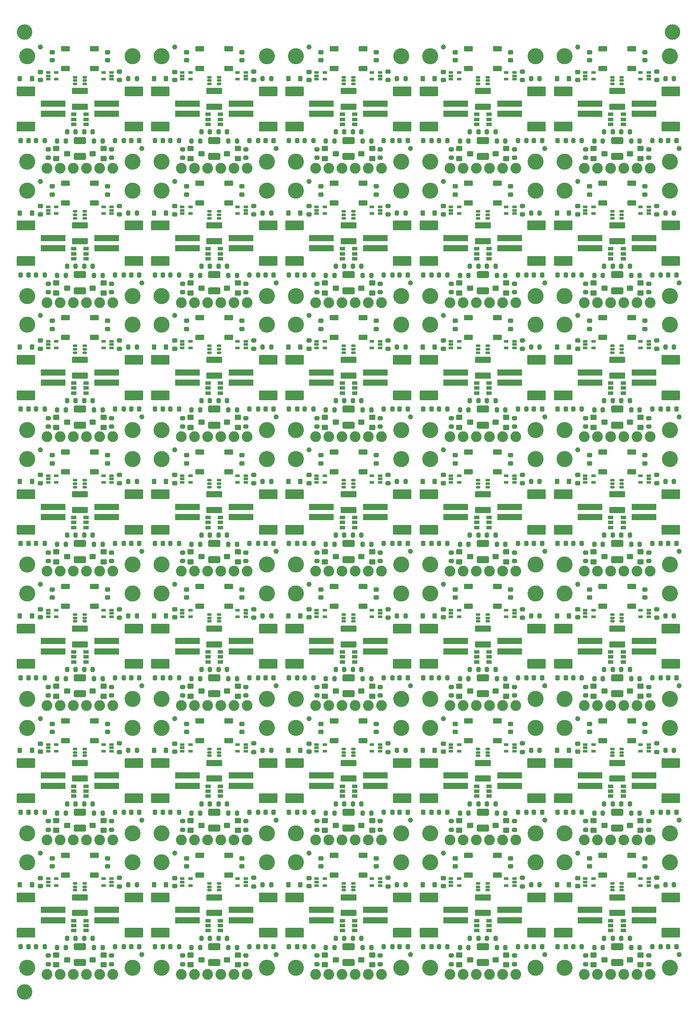
<source format=gts>
%TF.GenerationSoftware,KiCad,Pcbnew,8.0.7*%
%TF.CreationDate,2025-01-03T07:35:05+00:00*%
%TF.ProjectId,Soft_Power_Switch_panelized,536f6674-5f50-46f7-9765-725f53776974,v10*%
%TF.SameCoordinates,Original*%
%TF.FileFunction,Soldermask,Top*%
%TF.FilePolarity,Negative*%
%FSLAX46Y46*%
G04 Gerber Fmt 4.6, Leading zero omitted, Abs format (unit mm)*
G04 Created by KiCad (PCBNEW 8.0.7) date 2025-01-03 07:35:05*
%MOMM*%
%LPD*%
G01*
G04 APERTURE LIST*
G04 Aperture macros list*
%AMRoundRect*
0 Rectangle with rounded corners*
0 $1 Rounding radius*
0 $2 $3 $4 $5 $6 $7 $8 $9 X,Y pos of 4 corners*
0 Add a 4 corners polygon primitive as box body*
4,1,4,$2,$3,$4,$5,$6,$7,$8,$9,$2,$3,0*
0 Add four circle primitives for the rounded corners*
1,1,$1+$1,$2,$3*
1,1,$1+$1,$4,$5*
1,1,$1+$1,$6,$7*
1,1,$1+$1,$8,$9*
0 Add four rect primitives between the rounded corners*
20,1,$1+$1,$2,$3,$4,$5,0*
20,1,$1+$1,$4,$5,$6,$7,0*
20,1,$1+$1,$6,$7,$8,$9,0*
20,1,$1+$1,$8,$9,$2,$3,0*%
G04 Aperture macros list end*
%ADD10RoundRect,0.101600X-0.400000X0.275000X-0.400000X-0.275000X0.400000X-0.275000X0.400000X0.275000X0*%
%ADD11RoundRect,0.101600X0.400000X-0.275000X0.400000X0.275000X-0.400000X0.275000X-0.400000X-0.275000X0*%
%ADD12RoundRect,0.101600X-0.350000X0.150000X-0.350000X-0.150000X0.350000X-0.150000X0.350000X0.150000X0*%
%ADD13C,2.082800*%
%ADD14RoundRect,0.200000X-0.275000X0.200000X-0.275000X-0.200000X0.275000X-0.200000X0.275000X0.200000X0*%
%ADD15RoundRect,0.200000X-0.200000X-0.275000X0.200000X-0.275000X0.200000X0.275000X-0.200000X0.275000X0*%
%ADD16RoundRect,0.200000X0.275000X-0.200000X0.275000X0.200000X-0.275000X0.200000X-0.275000X-0.200000X0*%
%ADD17C,3.100000*%
%ADD18RoundRect,0.218750X0.218750X0.256250X-0.218750X0.256250X-0.218750X-0.256250X0.218750X-0.256250X0*%
%ADD19C,1.000000*%
%ADD20RoundRect,0.101600X-0.450000X0.400000X-0.450000X-0.400000X0.450000X-0.400000X0.450000X0.400000X0*%
%ADD21RoundRect,0.101600X-2.300000X0.500000X-2.300000X-0.500000X2.300000X-0.500000X2.300000X0.500000X0*%
%ADD22RoundRect,0.101600X-1.700000X-0.800000X1.700000X-0.800000X1.700000X0.800000X-1.700000X0.800000X0*%
%ADD23RoundRect,0.200000X0.200000X0.275000X-0.200000X0.275000X-0.200000X-0.275000X0.200000X-0.275000X0*%
%ADD24RoundRect,0.225000X0.250000X-0.225000X0.250000X0.225000X-0.250000X0.225000X-0.250000X-0.225000X0*%
%ADD25RoundRect,0.101600X0.330000X-0.150000X0.330000X0.150000X-0.330000X0.150000X-0.330000X-0.150000X0*%
%ADD26RoundRect,0.101600X-0.315000X-0.415000X0.315000X-0.415000X0.315000X0.415000X-0.315000X0.415000X0*%
%ADD27C,3.000000*%
%ADD28RoundRect,0.101600X0.350000X-0.150000X0.350000X0.150000X-0.350000X0.150000X-0.350000X-0.150000X0*%
%ADD29RoundRect,0.101600X2.300000X-0.500000X2.300000X0.500000X-2.300000X0.500000X-2.300000X-0.500000X0*%
%ADD30RoundRect,0.101600X1.700000X0.800000X-1.700000X0.800000X-1.700000X-0.800000X1.700000X-0.800000X0*%
%ADD31RoundRect,0.218750X-0.218750X-0.256250X0.218750X-0.256250X0.218750X0.256250X-0.218750X0.256250X0*%
%ADD32RoundRect,0.101600X0.762000X-0.381000X0.762000X0.381000X-0.762000X0.381000X-0.762000X-0.381000X0*%
%ADD33RoundRect,0.250000X-0.925000X0.412500X-0.925000X-0.412500X0.925000X-0.412500X0.925000X0.412500X0*%
%ADD34RoundRect,0.101600X1.400000X-0.500000X1.400000X0.500000X-1.400000X0.500000X-1.400000X-0.500000X0*%
%ADD35RoundRect,0.101600X0.450000X-0.400000X0.450000X0.400000X-0.450000X0.400000X-0.450000X-0.400000X0*%
G04 APERTURE END LIST*
D10*
%TO.C,Q3*%
X11500000Y11618000D03*
X11500000Y10668000D03*
X11500000Y9718000D03*
X13900000Y9718000D03*
D11*
X13900000Y10668000D03*
D10*
X13900000Y11618000D03*
%TD*%
%TO.C,Q3*%
X89200000Y115218000D03*
X89200000Y114268000D03*
X89200000Y113318000D03*
X91600000Y113318000D03*
D11*
X91600000Y114268000D03*
D10*
X91600000Y115218000D03*
%TD*%
%TO.C,Q3*%
X89200000Y63418000D03*
X89200000Y62468000D03*
X89200000Y61518000D03*
X91600000Y61518000D03*
D11*
X91600000Y62468000D03*
D10*
X91600000Y63418000D03*
%TD*%
%TO.C,Q3*%
X63300000Y167018000D03*
X63300000Y166068000D03*
X63300000Y165118000D03*
X65700000Y165118000D03*
D11*
X65700000Y166068000D03*
D10*
X65700000Y167018000D03*
%TD*%
%TO.C,Q3*%
X89200000Y11618000D03*
X89200000Y10668000D03*
X89200000Y9718000D03*
X91600000Y9718000D03*
D11*
X91600000Y10668000D03*
D10*
X91600000Y11618000D03*
%TD*%
%TO.C,Q3*%
X63300000Y115218000D03*
X63300000Y114268000D03*
X63300000Y113318000D03*
X65700000Y113318000D03*
D11*
X65700000Y114268000D03*
D10*
X65700000Y115218000D03*
%TD*%
%TO.C,Q3*%
X63300000Y141118000D03*
X63300000Y140168000D03*
X63300000Y139218000D03*
X65700000Y139218000D03*
D11*
X65700000Y140168000D03*
D10*
X65700000Y141118000D03*
%TD*%
%TO.C,Q3*%
X89200000Y37518000D03*
X89200000Y36568000D03*
X89200000Y35618000D03*
X91600000Y35618000D03*
D11*
X91600000Y36568000D03*
D10*
X91600000Y37518000D03*
%TD*%
%TO.C,Q3*%
X89200000Y89318000D03*
X89200000Y88368000D03*
X89200000Y87418000D03*
X91600000Y87418000D03*
D11*
X91600000Y88368000D03*
D10*
X91600000Y89318000D03*
%TD*%
%TO.C,Q3*%
X89200000Y141118000D03*
X89200000Y140168000D03*
X89200000Y139218000D03*
X91600000Y139218000D03*
D11*
X91600000Y140168000D03*
D10*
X91600000Y141118000D03*
%TD*%
%TO.C,Q3*%
X89200000Y167018000D03*
X89200000Y166068000D03*
X89200000Y165118000D03*
X91600000Y165118000D03*
D11*
X91600000Y166068000D03*
D10*
X91600000Y167018000D03*
%TD*%
%TO.C,Q3*%
X115100000Y11618000D03*
X115100000Y10668000D03*
X115100000Y9718000D03*
X117500000Y9718000D03*
D11*
X117500000Y10668000D03*
D10*
X117500000Y11618000D03*
%TD*%
%TO.C,Q3*%
X115100000Y37518000D03*
X115100000Y36568000D03*
X115100000Y35618000D03*
X117500000Y35618000D03*
D11*
X117500000Y36568000D03*
D10*
X117500000Y37518000D03*
%TD*%
%TO.C,Q3*%
X115100000Y63418000D03*
X115100000Y62468000D03*
X115100000Y61518000D03*
X117500000Y61518000D03*
D11*
X117500000Y62468000D03*
D10*
X117500000Y63418000D03*
%TD*%
%TO.C,Q3*%
X115100000Y89318000D03*
X115100000Y88368000D03*
X115100000Y87418000D03*
X117500000Y87418000D03*
D11*
X117500000Y88368000D03*
D10*
X117500000Y89318000D03*
%TD*%
%TO.C,Q3*%
X115100000Y115218000D03*
X115100000Y114268000D03*
X115100000Y113318000D03*
X117500000Y113318000D03*
D11*
X117500000Y114268000D03*
D10*
X117500000Y115218000D03*
%TD*%
%TO.C,Q3*%
X115100000Y141118000D03*
X115100000Y140168000D03*
X115100000Y139218000D03*
X117500000Y139218000D03*
D11*
X117500000Y140168000D03*
D10*
X117500000Y141118000D03*
%TD*%
%TO.C,Q3*%
X115100000Y167018000D03*
X115100000Y166068000D03*
X115100000Y165118000D03*
X117500000Y165118000D03*
D11*
X117500000Y166068000D03*
D10*
X117500000Y167018000D03*
%TD*%
%TO.C,Q3*%
X11500000Y167018000D03*
X11500000Y166068000D03*
X11500000Y165118000D03*
X13900000Y165118000D03*
D11*
X13900000Y166068000D03*
D10*
X13900000Y167018000D03*
%TD*%
%TO.C,Q3*%
X37400000Y11618000D03*
X37400000Y10668000D03*
X37400000Y9718000D03*
X39800000Y9718000D03*
D11*
X39800000Y10668000D03*
D10*
X39800000Y11618000D03*
%TD*%
%TO.C,Q3*%
X11500000Y89318000D03*
X11500000Y88368000D03*
X11500000Y87418000D03*
X13900000Y87418000D03*
D11*
X13900000Y88368000D03*
D10*
X13900000Y89318000D03*
%TD*%
%TO.C,Q3*%
X37400000Y115218000D03*
X37400000Y114268000D03*
X37400000Y113318000D03*
X39800000Y113318000D03*
D11*
X39800000Y114268000D03*
D10*
X39800000Y115218000D03*
%TD*%
%TO.C,Q3*%
X11500000Y63418000D03*
X11500000Y62468000D03*
X11500000Y61518000D03*
X13900000Y61518000D03*
D11*
X13900000Y62468000D03*
D10*
X13900000Y63418000D03*
%TD*%
%TO.C,Q3*%
X11500000Y37518000D03*
X11500000Y36568000D03*
X11500000Y35618000D03*
X13900000Y35618000D03*
D11*
X13900000Y36568000D03*
D10*
X13900000Y37518000D03*
%TD*%
%TO.C,Q3*%
X11500000Y115218000D03*
X11500000Y114268000D03*
X11500000Y113318000D03*
X13900000Y113318000D03*
D11*
X13900000Y114268000D03*
D10*
X13900000Y115218000D03*
%TD*%
%TO.C,Q3*%
X11500000Y141118000D03*
X11500000Y140168000D03*
X11500000Y139218000D03*
X13900000Y139218000D03*
D11*
X13900000Y140168000D03*
D10*
X13900000Y141118000D03*
%TD*%
%TO.C,Q3*%
X37400000Y37518000D03*
X37400000Y36568000D03*
X37400000Y35618000D03*
X39800000Y35618000D03*
D11*
X39800000Y36568000D03*
D10*
X39800000Y37518000D03*
%TD*%
%TO.C,Q3*%
X37400000Y63418000D03*
X37400000Y62468000D03*
X37400000Y61518000D03*
X39800000Y61518000D03*
D11*
X39800000Y62468000D03*
D10*
X39800000Y63418000D03*
%TD*%
%TO.C,Q3*%
X37400000Y89318000D03*
X37400000Y88368000D03*
X37400000Y87418000D03*
X39800000Y87418000D03*
D11*
X39800000Y88368000D03*
D10*
X39800000Y89318000D03*
%TD*%
%TO.C,Q3*%
X37400000Y167018000D03*
X37400000Y166068000D03*
X37400000Y165118000D03*
X39800000Y165118000D03*
D11*
X39800000Y166068000D03*
D10*
X39800000Y167018000D03*
%TD*%
%TO.C,Q3*%
X63300000Y11618000D03*
X63300000Y10668000D03*
X63300000Y9718000D03*
X65700000Y9718000D03*
D11*
X65700000Y10668000D03*
D10*
X65700000Y11618000D03*
%TD*%
%TO.C,Q3*%
X63300000Y37518000D03*
X63300000Y36568000D03*
X63300000Y35618000D03*
X65700000Y35618000D03*
D11*
X65700000Y36568000D03*
D10*
X65700000Y37518000D03*
%TD*%
%TO.C,Q3*%
X63300000Y89318000D03*
X63300000Y88368000D03*
X63300000Y87418000D03*
X65700000Y87418000D03*
D11*
X65700000Y88368000D03*
D10*
X65700000Y89318000D03*
%TD*%
%TO.C,Q3*%
X37400000Y141118000D03*
X37400000Y140168000D03*
X37400000Y139218000D03*
X39800000Y139218000D03*
D11*
X39800000Y140168000D03*
D10*
X39800000Y141118000D03*
%TD*%
%TO.C,Q3*%
X63300000Y63418000D03*
X63300000Y62468000D03*
X63300000Y61518000D03*
X65700000Y61518000D03*
D11*
X65700000Y62468000D03*
D10*
X65700000Y63418000D03*
%TD*%
D12*
%TO.C,U2*%
X6566000Y19700000D03*
X6566000Y19050000D03*
X6566000Y18400000D03*
X8166000Y18400000D03*
X8166000Y19700000D03*
%TD*%
%TO.C,U2*%
X6566000Y97400000D03*
X6566000Y96750000D03*
X6566000Y96100000D03*
X8166000Y96100000D03*
X8166000Y97400000D03*
%TD*%
%TO.C,U2*%
X6566000Y149200000D03*
X6566000Y148550000D03*
X6566000Y147900000D03*
X8166000Y147900000D03*
X8166000Y149200000D03*
%TD*%
%TO.C,U2*%
X6566000Y45600000D03*
X6566000Y44950000D03*
X6566000Y44300000D03*
X8166000Y44300000D03*
X8166000Y45600000D03*
%TD*%
%TO.C,U2*%
X6566000Y71500000D03*
X6566000Y70850000D03*
X6566000Y70200000D03*
X8166000Y70200000D03*
X8166000Y71500000D03*
%TD*%
%TO.C,U2*%
X32466000Y71500000D03*
X32466000Y70850000D03*
X32466000Y70200000D03*
X34066000Y70200000D03*
X34066000Y71500000D03*
%TD*%
%TO.C,U2*%
X32466000Y123300000D03*
X32466000Y122650000D03*
X32466000Y122000000D03*
X34066000Y122000000D03*
X34066000Y123300000D03*
%TD*%
%TO.C,U2*%
X58366000Y19700000D03*
X58366000Y19050000D03*
X58366000Y18400000D03*
X59966000Y18400000D03*
X59966000Y19700000D03*
%TD*%
%TO.C,U2*%
X32466000Y149200000D03*
X32466000Y148550000D03*
X32466000Y147900000D03*
X34066000Y147900000D03*
X34066000Y149200000D03*
%TD*%
%TO.C,U2*%
X6566000Y123300000D03*
X6566000Y122650000D03*
X6566000Y122000000D03*
X8166000Y122000000D03*
X8166000Y123300000D03*
%TD*%
%TO.C,U2*%
X6566000Y175100000D03*
X6566000Y174450000D03*
X6566000Y173800000D03*
X8166000Y173800000D03*
X8166000Y175100000D03*
%TD*%
%TO.C,U2*%
X32466000Y19700000D03*
X32466000Y19050000D03*
X32466000Y18400000D03*
X34066000Y18400000D03*
X34066000Y19700000D03*
%TD*%
%TO.C,U2*%
X32466000Y45600000D03*
X32466000Y44950000D03*
X32466000Y44300000D03*
X34066000Y44300000D03*
X34066000Y45600000D03*
%TD*%
%TO.C,U2*%
X32466000Y97400000D03*
X32466000Y96750000D03*
X32466000Y96100000D03*
X34066000Y96100000D03*
X34066000Y97400000D03*
%TD*%
%TO.C,U2*%
X32466000Y175100000D03*
X32466000Y174450000D03*
X32466000Y173800000D03*
X34066000Y173800000D03*
X34066000Y175100000D03*
%TD*%
%TO.C,U2*%
X84266000Y45600000D03*
X84266000Y44950000D03*
X84266000Y44300000D03*
X85866000Y44300000D03*
X85866000Y45600000D03*
%TD*%
%TO.C,U2*%
X84266000Y19700000D03*
X84266000Y19050000D03*
X84266000Y18400000D03*
X85866000Y18400000D03*
X85866000Y19700000D03*
%TD*%
%TO.C,U2*%
X84266000Y97400000D03*
X84266000Y96750000D03*
X84266000Y96100000D03*
X85866000Y96100000D03*
X85866000Y97400000D03*
%TD*%
%TO.C,U2*%
X58366000Y45600000D03*
X58366000Y44950000D03*
X58366000Y44300000D03*
X59966000Y44300000D03*
X59966000Y45600000D03*
%TD*%
%TO.C,U2*%
X58366000Y97400000D03*
X58366000Y96750000D03*
X58366000Y96100000D03*
X59966000Y96100000D03*
X59966000Y97400000D03*
%TD*%
%TO.C,U2*%
X58366000Y123300000D03*
X58366000Y122650000D03*
X58366000Y122000000D03*
X59966000Y122000000D03*
X59966000Y123300000D03*
%TD*%
%TO.C,U2*%
X58366000Y71500000D03*
X58366000Y70850000D03*
X58366000Y70200000D03*
X59966000Y70200000D03*
X59966000Y71500000D03*
%TD*%
%TO.C,U2*%
X58366000Y149200000D03*
X58366000Y148550000D03*
X58366000Y147900000D03*
X59966000Y147900000D03*
X59966000Y149200000D03*
%TD*%
%TO.C,U2*%
X58366000Y175100000D03*
X58366000Y174450000D03*
X58366000Y173800000D03*
X59966000Y173800000D03*
X59966000Y175100000D03*
%TD*%
%TO.C,U2*%
X84266000Y71500000D03*
X84266000Y70850000D03*
X84266000Y70200000D03*
X85866000Y70200000D03*
X85866000Y71500000D03*
%TD*%
%TO.C,U2*%
X110166000Y149200000D03*
X110166000Y148550000D03*
X110166000Y147900000D03*
X111766000Y147900000D03*
X111766000Y149200000D03*
%TD*%
%TO.C,U2*%
X110166000Y45600000D03*
X110166000Y44950000D03*
X110166000Y44300000D03*
X111766000Y44300000D03*
X111766000Y45600000D03*
%TD*%
%TO.C,U2*%
X110166000Y71500000D03*
X110166000Y70850000D03*
X110166000Y70200000D03*
X111766000Y70200000D03*
X111766000Y71500000D03*
%TD*%
%TO.C,U2*%
X84266000Y175100000D03*
X84266000Y174450000D03*
X84266000Y173800000D03*
X85866000Y173800000D03*
X85866000Y175100000D03*
%TD*%
%TO.C,U2*%
X110166000Y97400000D03*
X110166000Y96750000D03*
X110166000Y96100000D03*
X111766000Y96100000D03*
X111766000Y97400000D03*
%TD*%
%TO.C,U2*%
X110166000Y123300000D03*
X110166000Y122650000D03*
X110166000Y122000000D03*
X111766000Y122000000D03*
X111766000Y123300000D03*
%TD*%
%TO.C,U2*%
X84266000Y149200000D03*
X84266000Y148550000D03*
X84266000Y147900000D03*
X85866000Y147900000D03*
X85866000Y149200000D03*
%TD*%
%TO.C,U2*%
X84266000Y123300000D03*
X84266000Y122650000D03*
X84266000Y122000000D03*
X85866000Y122000000D03*
X85866000Y123300000D03*
%TD*%
%TO.C,U2*%
X110166000Y19700000D03*
X110166000Y19050000D03*
X110166000Y18400000D03*
X111766000Y18400000D03*
X111766000Y19700000D03*
%TD*%
%TO.C,U2*%
X110166000Y175100000D03*
X110166000Y174450000D03*
X110166000Y173800000D03*
X111766000Y173800000D03*
X111766000Y175100000D03*
%TD*%
D13*
%TO.C,J3*%
X19050000Y1270000D03*
X16510000Y1270000D03*
X13970000Y1270000D03*
X11430000Y1270000D03*
X8890000Y1270000D03*
X6350000Y1270000D03*
%TD*%
%TO.C,J3*%
X122650000Y104870000D03*
X120110000Y104870000D03*
X117570000Y104870000D03*
X115030000Y104870000D03*
X112490000Y104870000D03*
X109950000Y104870000D03*
%TD*%
%TO.C,J3*%
X122650000Y130770000D03*
X120110000Y130770000D03*
X117570000Y130770000D03*
X115030000Y130770000D03*
X112490000Y130770000D03*
X109950000Y130770000D03*
%TD*%
%TO.C,J3*%
X122650000Y53070000D03*
X120110000Y53070000D03*
X117570000Y53070000D03*
X115030000Y53070000D03*
X112490000Y53070000D03*
X109950000Y53070000D03*
%TD*%
%TO.C,J3*%
X122650000Y78970000D03*
X120110000Y78970000D03*
X117570000Y78970000D03*
X115030000Y78970000D03*
X112490000Y78970000D03*
X109950000Y78970000D03*
%TD*%
%TO.C,J3*%
X122650000Y156670000D03*
X120110000Y156670000D03*
X117570000Y156670000D03*
X115030000Y156670000D03*
X112490000Y156670000D03*
X109950000Y156670000D03*
%TD*%
%TO.C,J3*%
X19050000Y130770000D03*
X16510000Y130770000D03*
X13970000Y130770000D03*
X11430000Y130770000D03*
X8890000Y130770000D03*
X6350000Y130770000D03*
%TD*%
%TO.C,J3*%
X44950000Y27170000D03*
X42410000Y27170000D03*
X39870000Y27170000D03*
X37330000Y27170000D03*
X34790000Y27170000D03*
X32250000Y27170000D03*
%TD*%
%TO.C,J3*%
X19050000Y53070000D03*
X16510000Y53070000D03*
X13970000Y53070000D03*
X11430000Y53070000D03*
X8890000Y53070000D03*
X6350000Y53070000D03*
%TD*%
%TO.C,J3*%
X19050000Y104870000D03*
X16510000Y104870000D03*
X13970000Y104870000D03*
X11430000Y104870000D03*
X8890000Y104870000D03*
X6350000Y104870000D03*
%TD*%
%TO.C,J3*%
X19050000Y27170000D03*
X16510000Y27170000D03*
X13970000Y27170000D03*
X11430000Y27170000D03*
X8890000Y27170000D03*
X6350000Y27170000D03*
%TD*%
%TO.C,J3*%
X19050000Y78970000D03*
X16510000Y78970000D03*
X13970000Y78970000D03*
X11430000Y78970000D03*
X8890000Y78970000D03*
X6350000Y78970000D03*
%TD*%
%TO.C,J3*%
X19050000Y156670000D03*
X16510000Y156670000D03*
X13970000Y156670000D03*
X11430000Y156670000D03*
X8890000Y156670000D03*
X6350000Y156670000D03*
%TD*%
%TO.C,J3*%
X44950000Y1270000D03*
X42410000Y1270000D03*
X39870000Y1270000D03*
X37330000Y1270000D03*
X34790000Y1270000D03*
X32250000Y1270000D03*
%TD*%
%TO.C,J3*%
X70850000Y53070000D03*
X68310000Y53070000D03*
X65770000Y53070000D03*
X63230000Y53070000D03*
X60690000Y53070000D03*
X58150000Y53070000D03*
%TD*%
%TO.C,J3*%
X44950000Y104870000D03*
X42410000Y104870000D03*
X39870000Y104870000D03*
X37330000Y104870000D03*
X34790000Y104870000D03*
X32250000Y104870000D03*
%TD*%
%TO.C,J3*%
X70850000Y1270000D03*
X68310000Y1270000D03*
X65770000Y1270000D03*
X63230000Y1270000D03*
X60690000Y1270000D03*
X58150000Y1270000D03*
%TD*%
%TO.C,J3*%
X44950000Y78970000D03*
X42410000Y78970000D03*
X39870000Y78970000D03*
X37330000Y78970000D03*
X34790000Y78970000D03*
X32250000Y78970000D03*
%TD*%
%TO.C,J3*%
X44950000Y130770000D03*
X42410000Y130770000D03*
X39870000Y130770000D03*
X37330000Y130770000D03*
X34790000Y130770000D03*
X32250000Y130770000D03*
%TD*%
%TO.C,J3*%
X96750000Y27170000D03*
X94210000Y27170000D03*
X91670000Y27170000D03*
X89130000Y27170000D03*
X86590000Y27170000D03*
X84050000Y27170000D03*
%TD*%
%TO.C,J3*%
X44950000Y53070000D03*
X42410000Y53070000D03*
X39870000Y53070000D03*
X37330000Y53070000D03*
X34790000Y53070000D03*
X32250000Y53070000D03*
%TD*%
%TO.C,J3*%
X44950000Y156670000D03*
X42410000Y156670000D03*
X39870000Y156670000D03*
X37330000Y156670000D03*
X34790000Y156670000D03*
X32250000Y156670000D03*
%TD*%
%TO.C,J3*%
X70850000Y27170000D03*
X68310000Y27170000D03*
X65770000Y27170000D03*
X63230000Y27170000D03*
X60690000Y27170000D03*
X58150000Y27170000D03*
%TD*%
%TO.C,J3*%
X70850000Y78970000D03*
X68310000Y78970000D03*
X65770000Y78970000D03*
X63230000Y78970000D03*
X60690000Y78970000D03*
X58150000Y78970000D03*
%TD*%
%TO.C,J3*%
X70850000Y104870000D03*
X68310000Y104870000D03*
X65770000Y104870000D03*
X63230000Y104870000D03*
X60690000Y104870000D03*
X58150000Y104870000D03*
%TD*%
%TO.C,J3*%
X70850000Y130770000D03*
X68310000Y130770000D03*
X65770000Y130770000D03*
X63230000Y130770000D03*
X60690000Y130770000D03*
X58150000Y130770000D03*
%TD*%
%TO.C,J3*%
X70850000Y156670000D03*
X68310000Y156670000D03*
X65770000Y156670000D03*
X63230000Y156670000D03*
X60690000Y156670000D03*
X58150000Y156670000D03*
%TD*%
%TO.C,J3*%
X96750000Y1270000D03*
X94210000Y1270000D03*
X91670000Y1270000D03*
X89130000Y1270000D03*
X86590000Y1270000D03*
X84050000Y1270000D03*
%TD*%
%TO.C,J3*%
X96750000Y78970000D03*
X94210000Y78970000D03*
X91670000Y78970000D03*
X89130000Y78970000D03*
X86590000Y78970000D03*
X84050000Y78970000D03*
%TD*%
%TO.C,J3*%
X96750000Y104870000D03*
X94210000Y104870000D03*
X91670000Y104870000D03*
X89130000Y104870000D03*
X86590000Y104870000D03*
X84050000Y104870000D03*
%TD*%
%TO.C,J3*%
X96750000Y130770000D03*
X94210000Y130770000D03*
X91670000Y130770000D03*
X89130000Y130770000D03*
X86590000Y130770000D03*
X84050000Y130770000D03*
%TD*%
%TO.C,J3*%
X96750000Y156670000D03*
X94210000Y156670000D03*
X91670000Y156670000D03*
X89130000Y156670000D03*
X86590000Y156670000D03*
X84050000Y156670000D03*
%TD*%
%TO.C,J3*%
X122650000Y27170000D03*
X120110000Y27170000D03*
X117570000Y27170000D03*
X115030000Y27170000D03*
X112490000Y27170000D03*
X109950000Y27170000D03*
%TD*%
%TO.C,J3*%
X96750000Y53070000D03*
X94210000Y53070000D03*
X91670000Y53070000D03*
X89130000Y53070000D03*
X86590000Y53070000D03*
X84050000Y53070000D03*
%TD*%
%TO.C,J3*%
X122650000Y1270000D03*
X120110000Y1270000D03*
X117570000Y1270000D03*
X115030000Y1270000D03*
X112490000Y1270000D03*
X109950000Y1270000D03*
%TD*%
D14*
%TO.C,R8*%
X18796000Y4889000D03*
X18796000Y3239000D03*
%TD*%
%TO.C,R8*%
X122396000Y134389000D03*
X122396000Y132739000D03*
%TD*%
%TO.C,R8*%
X96496000Y108489000D03*
X96496000Y106839000D03*
%TD*%
%TO.C,R8*%
X122396000Y30789000D03*
X122396000Y29139000D03*
%TD*%
%TO.C,R8*%
X122396000Y82589000D03*
X122396000Y80939000D03*
%TD*%
%TO.C,R8*%
X122396000Y4889000D03*
X122396000Y3239000D03*
%TD*%
%TO.C,R8*%
X96496000Y134389000D03*
X96496000Y132739000D03*
%TD*%
%TO.C,R8*%
X122396000Y56689000D03*
X122396000Y55039000D03*
%TD*%
%TO.C,R8*%
X96496000Y160289000D03*
X96496000Y158639000D03*
%TD*%
%TO.C,R8*%
X122396000Y108489000D03*
X122396000Y106839000D03*
%TD*%
%TO.C,R8*%
X122396000Y160289000D03*
X122396000Y158639000D03*
%TD*%
%TO.C,R8*%
X18796000Y108489000D03*
X18796000Y106839000D03*
%TD*%
%TO.C,R8*%
X44696000Y30789000D03*
X44696000Y29139000D03*
%TD*%
%TO.C,R8*%
X18796000Y134389000D03*
X18796000Y132739000D03*
%TD*%
%TO.C,R8*%
X44696000Y108489000D03*
X44696000Y106839000D03*
%TD*%
%TO.C,R8*%
X18796000Y30789000D03*
X18796000Y29139000D03*
%TD*%
%TO.C,R8*%
X18796000Y56689000D03*
X18796000Y55039000D03*
%TD*%
%TO.C,R8*%
X18796000Y82589000D03*
X18796000Y80939000D03*
%TD*%
%TO.C,R8*%
X18796000Y160289000D03*
X18796000Y158639000D03*
%TD*%
%TO.C,R8*%
X44696000Y4889000D03*
X44696000Y3239000D03*
%TD*%
%TO.C,R8*%
X44696000Y56689000D03*
X44696000Y55039000D03*
%TD*%
%TO.C,R8*%
X44696000Y82589000D03*
X44696000Y80939000D03*
%TD*%
%TO.C,R8*%
X70596000Y82589000D03*
X70596000Y80939000D03*
%TD*%
%TO.C,R8*%
X70596000Y134389000D03*
X70596000Y132739000D03*
%TD*%
%TO.C,R8*%
X96496000Y30789000D03*
X96496000Y29139000D03*
%TD*%
%TO.C,R8*%
X44696000Y160289000D03*
X44696000Y158639000D03*
%TD*%
%TO.C,R8*%
X70596000Y4889000D03*
X70596000Y3239000D03*
%TD*%
%TO.C,R8*%
X70596000Y56689000D03*
X70596000Y55039000D03*
%TD*%
%TO.C,R8*%
X44696000Y134389000D03*
X44696000Y132739000D03*
%TD*%
%TO.C,R8*%
X70596000Y30789000D03*
X70596000Y29139000D03*
%TD*%
%TO.C,R8*%
X70596000Y108489000D03*
X70596000Y106839000D03*
%TD*%
%TO.C,R8*%
X70596000Y160289000D03*
X70596000Y158639000D03*
%TD*%
%TO.C,R8*%
X96496000Y4889000D03*
X96496000Y3239000D03*
%TD*%
%TO.C,R8*%
X96496000Y56689000D03*
X96496000Y55039000D03*
%TD*%
%TO.C,R8*%
X96496000Y82589000D03*
X96496000Y80939000D03*
%TD*%
D15*
%TO.C,R4*%
X19495000Y6604000D03*
X21145000Y6604000D03*
%TD*%
%TO.C,R4*%
X123095000Y32504000D03*
X124745000Y32504000D03*
%TD*%
%TO.C,R4*%
X123095000Y110204000D03*
X124745000Y110204000D03*
%TD*%
%TO.C,R4*%
X123095000Y162004000D03*
X124745000Y162004000D03*
%TD*%
%TO.C,R4*%
X123095000Y84304000D03*
X124745000Y84304000D03*
%TD*%
%TO.C,R4*%
X123095000Y6604000D03*
X124745000Y6604000D03*
%TD*%
%TO.C,R4*%
X123095000Y58404000D03*
X124745000Y58404000D03*
%TD*%
%TO.C,R4*%
X97195000Y162004000D03*
X98845000Y162004000D03*
%TD*%
%TO.C,R4*%
X123095000Y136104000D03*
X124745000Y136104000D03*
%TD*%
%TO.C,R4*%
X19495000Y58404000D03*
X21145000Y58404000D03*
%TD*%
%TO.C,R4*%
X19495000Y136104000D03*
X21145000Y136104000D03*
%TD*%
%TO.C,R4*%
X19495000Y110204000D03*
X21145000Y110204000D03*
%TD*%
%TO.C,R4*%
X19495000Y32504000D03*
X21145000Y32504000D03*
%TD*%
%TO.C,R4*%
X19495000Y84304000D03*
X21145000Y84304000D03*
%TD*%
%TO.C,R4*%
X71295000Y6604000D03*
X72945000Y6604000D03*
%TD*%
%TO.C,R4*%
X45395000Y6604000D03*
X47045000Y6604000D03*
%TD*%
%TO.C,R4*%
X19495000Y162004000D03*
X21145000Y162004000D03*
%TD*%
%TO.C,R4*%
X45395000Y58404000D03*
X47045000Y58404000D03*
%TD*%
%TO.C,R4*%
X45395000Y110204000D03*
X47045000Y110204000D03*
%TD*%
%TO.C,R4*%
X45395000Y84304000D03*
X47045000Y84304000D03*
%TD*%
%TO.C,R4*%
X45395000Y162004000D03*
X47045000Y162004000D03*
%TD*%
%TO.C,R4*%
X45395000Y32504000D03*
X47045000Y32504000D03*
%TD*%
%TO.C,R4*%
X45395000Y136104000D03*
X47045000Y136104000D03*
%TD*%
%TO.C,R4*%
X71295000Y136104000D03*
X72945000Y136104000D03*
%TD*%
%TO.C,R4*%
X71295000Y58404000D03*
X72945000Y58404000D03*
%TD*%
%TO.C,R4*%
X71295000Y84304000D03*
X72945000Y84304000D03*
%TD*%
%TO.C,R4*%
X97195000Y84304000D03*
X98845000Y84304000D03*
%TD*%
%TO.C,R4*%
X97195000Y110204000D03*
X98845000Y110204000D03*
%TD*%
%TO.C,R4*%
X97195000Y136104000D03*
X98845000Y136104000D03*
%TD*%
%TO.C,R4*%
X71295000Y110204000D03*
X72945000Y110204000D03*
%TD*%
%TO.C,R4*%
X71295000Y32504000D03*
X72945000Y32504000D03*
%TD*%
%TO.C,R4*%
X71295000Y162004000D03*
X72945000Y162004000D03*
%TD*%
%TO.C,R4*%
X97195000Y32504000D03*
X98845000Y32504000D03*
%TD*%
%TO.C,R4*%
X97195000Y6604000D03*
X98845000Y6604000D03*
%TD*%
%TO.C,R4*%
X97195000Y58404000D03*
X98845000Y58404000D03*
%TD*%
D16*
%TO.C,R1*%
X20320000Y18225000D03*
X20320000Y19875000D03*
%TD*%
%TO.C,R1*%
X20320000Y95925000D03*
X20320000Y97575000D03*
%TD*%
%TO.C,R1*%
X20320000Y147725000D03*
X20320000Y149375000D03*
%TD*%
%TO.C,R1*%
X20320000Y70025000D03*
X20320000Y71675000D03*
%TD*%
%TO.C,R1*%
X20320000Y44125000D03*
X20320000Y45775000D03*
%TD*%
%TO.C,R1*%
X20320000Y121825000D03*
X20320000Y123475000D03*
%TD*%
%TO.C,R1*%
X46220000Y173625000D03*
X46220000Y175275000D03*
%TD*%
%TO.C,R1*%
X72120000Y44125000D03*
X72120000Y45775000D03*
%TD*%
%TO.C,R1*%
X46220000Y147725000D03*
X46220000Y149375000D03*
%TD*%
%TO.C,R1*%
X46220000Y18225000D03*
X46220000Y19875000D03*
%TD*%
%TO.C,R1*%
X46220000Y44125000D03*
X46220000Y45775000D03*
%TD*%
%TO.C,R1*%
X46220000Y70025000D03*
X46220000Y71675000D03*
%TD*%
%TO.C,R1*%
X46220000Y95925000D03*
X46220000Y97575000D03*
%TD*%
%TO.C,R1*%
X20320000Y173625000D03*
X20320000Y175275000D03*
%TD*%
%TO.C,R1*%
X46220000Y121825000D03*
X46220000Y123475000D03*
%TD*%
%TO.C,R1*%
X72120000Y18225000D03*
X72120000Y19875000D03*
%TD*%
%TO.C,R1*%
X72120000Y147725000D03*
X72120000Y149375000D03*
%TD*%
%TO.C,R1*%
X98020000Y121825000D03*
X98020000Y123475000D03*
%TD*%
%TO.C,R1*%
X98020000Y18225000D03*
X98020000Y19875000D03*
%TD*%
%TO.C,R1*%
X72120000Y95925000D03*
X72120000Y97575000D03*
%TD*%
%TO.C,R1*%
X72120000Y173625000D03*
X72120000Y175275000D03*
%TD*%
%TO.C,R1*%
X98020000Y70025000D03*
X98020000Y71675000D03*
%TD*%
%TO.C,R1*%
X72120000Y70025000D03*
X72120000Y71675000D03*
%TD*%
%TO.C,R1*%
X72120000Y121825000D03*
X72120000Y123475000D03*
%TD*%
%TO.C,R1*%
X98020000Y44125000D03*
X98020000Y45775000D03*
%TD*%
%TO.C,R1*%
X98020000Y95925000D03*
X98020000Y97575000D03*
%TD*%
%TO.C,R1*%
X123920000Y173625000D03*
X123920000Y175275000D03*
%TD*%
%TO.C,R1*%
X123920000Y121825000D03*
X123920000Y123475000D03*
%TD*%
%TO.C,R1*%
X98020000Y147725000D03*
X98020000Y149375000D03*
%TD*%
%TO.C,R1*%
X123920000Y18225000D03*
X123920000Y19875000D03*
%TD*%
%TO.C,R1*%
X123920000Y70025000D03*
X123920000Y71675000D03*
%TD*%
%TO.C,R1*%
X98020000Y173625000D03*
X98020000Y175275000D03*
%TD*%
%TO.C,R1*%
X123920000Y44125000D03*
X123920000Y45775000D03*
%TD*%
%TO.C,R1*%
X123920000Y95925000D03*
X123920000Y97575000D03*
%TD*%
%TO.C,R1*%
X123920000Y147725000D03*
X123920000Y149375000D03*
%TD*%
D17*
%TO.C,ST4*%
X126460000Y157940000D03*
%TD*%
%TO.C,ST4*%
X126460000Y80240000D03*
%TD*%
%TO.C,ST4*%
X126460000Y106140000D03*
%TD*%
%TO.C,ST4*%
X126460000Y132040000D03*
%TD*%
%TO.C,ST4*%
X48760000Y28440000D03*
%TD*%
%TO.C,ST4*%
X22860000Y106140000D03*
%TD*%
%TO.C,ST4*%
X22860000Y132040000D03*
%TD*%
%TO.C,ST4*%
X22860000Y28440000D03*
%TD*%
%TO.C,ST4*%
X22860000Y80240000D03*
%TD*%
%TO.C,ST4*%
X22860000Y157940000D03*
%TD*%
%TO.C,ST4*%
X48760000Y2540000D03*
%TD*%
%TO.C,ST4*%
X22860000Y54340000D03*
%TD*%
%TO.C,ST4*%
X74660000Y28440000D03*
%TD*%
%TO.C,ST4*%
X74660000Y80240000D03*
%TD*%
%TO.C,ST4*%
X74660000Y132040000D03*
%TD*%
%TO.C,ST4*%
X48760000Y80240000D03*
%TD*%
%TO.C,ST4*%
X48760000Y54340000D03*
%TD*%
%TO.C,ST4*%
X48760000Y106140000D03*
%TD*%
%TO.C,ST4*%
X74660000Y2540000D03*
%TD*%
%TO.C,ST4*%
X48760000Y132040000D03*
%TD*%
%TO.C,ST4*%
X48760000Y157940000D03*
%TD*%
%TO.C,ST4*%
X74660000Y54340000D03*
%TD*%
%TO.C,ST4*%
X74660000Y106140000D03*
%TD*%
%TO.C,ST4*%
X100560000Y2540000D03*
%TD*%
%TO.C,ST4*%
X74660000Y157940000D03*
%TD*%
%TO.C,ST4*%
X100560000Y28440000D03*
%TD*%
%TO.C,ST4*%
X100560000Y106140000D03*
%TD*%
%TO.C,ST4*%
X100560000Y80240000D03*
%TD*%
%TO.C,ST4*%
X126460000Y2540000D03*
%TD*%
%TO.C,ST4*%
X126460000Y28440000D03*
%TD*%
%TO.C,ST4*%
X100560000Y157940000D03*
%TD*%
%TO.C,ST4*%
X126460000Y54340000D03*
%TD*%
%TO.C,ST4*%
X100560000Y132040000D03*
%TD*%
%TO.C,ST4*%
X100560000Y54340000D03*
%TD*%
%TO.C,ST4*%
X22860000Y2540000D03*
%TD*%
D18*
%TO.C,D3*%
X24155500Y110204000D03*
X22580500Y110204000D03*
%TD*%
%TO.C,D3*%
X50055500Y6604000D03*
X48480500Y6604000D03*
%TD*%
%TO.C,D3*%
X24155500Y136104000D03*
X22580500Y136104000D03*
%TD*%
%TO.C,D3*%
X24155500Y32504000D03*
X22580500Y32504000D03*
%TD*%
%TO.C,D3*%
X24155500Y58404000D03*
X22580500Y58404000D03*
%TD*%
%TO.C,D3*%
X24155500Y84304000D03*
X22580500Y84304000D03*
%TD*%
%TO.C,D3*%
X24155500Y162004000D03*
X22580500Y162004000D03*
%TD*%
%TO.C,D3*%
X75955500Y32504000D03*
X74380500Y32504000D03*
%TD*%
%TO.C,D3*%
X75955500Y58404000D03*
X74380500Y58404000D03*
%TD*%
%TO.C,D3*%
X50055500Y136104000D03*
X48480500Y136104000D03*
%TD*%
%TO.C,D3*%
X50055500Y84304000D03*
X48480500Y84304000D03*
%TD*%
%TO.C,D3*%
X50055500Y110204000D03*
X48480500Y110204000D03*
%TD*%
%TO.C,D3*%
X50055500Y58404000D03*
X48480500Y58404000D03*
%TD*%
%TO.C,D3*%
X50055500Y32504000D03*
X48480500Y32504000D03*
%TD*%
%TO.C,D3*%
X50055500Y162004000D03*
X48480500Y162004000D03*
%TD*%
%TO.C,D3*%
X75955500Y6604000D03*
X74380500Y6604000D03*
%TD*%
%TO.C,D3*%
X101855500Y58404000D03*
X100280500Y58404000D03*
%TD*%
%TO.C,D3*%
X75955500Y84304000D03*
X74380500Y84304000D03*
%TD*%
%TO.C,D3*%
X101855500Y136104000D03*
X100280500Y136104000D03*
%TD*%
%TO.C,D3*%
X127755500Y6604000D03*
X126180500Y6604000D03*
%TD*%
%TO.C,D3*%
X75955500Y110204000D03*
X74380500Y110204000D03*
%TD*%
%TO.C,D3*%
X75955500Y162004000D03*
X74380500Y162004000D03*
%TD*%
%TO.C,D3*%
X101855500Y32504000D03*
X100280500Y32504000D03*
%TD*%
%TO.C,D3*%
X101855500Y6604000D03*
X100280500Y6604000D03*
%TD*%
%TO.C,D3*%
X75955500Y136104000D03*
X74380500Y136104000D03*
%TD*%
%TO.C,D3*%
X101855500Y84304000D03*
X100280500Y84304000D03*
%TD*%
%TO.C,D3*%
X101855500Y110204000D03*
X100280500Y110204000D03*
%TD*%
%TO.C,D3*%
X101855500Y162004000D03*
X100280500Y162004000D03*
%TD*%
%TO.C,D3*%
X127755500Y84304000D03*
X126180500Y84304000D03*
%TD*%
%TO.C,D3*%
X127755500Y58404000D03*
X126180500Y58404000D03*
%TD*%
%TO.C,D3*%
X127755500Y32504000D03*
X126180500Y32504000D03*
%TD*%
%TO.C,D3*%
X127755500Y110204000D03*
X126180500Y110204000D03*
%TD*%
%TO.C,D3*%
X127755500Y136104000D03*
X126180500Y136104000D03*
%TD*%
%TO.C,D3*%
X127755500Y162004000D03*
X126180500Y162004000D03*
%TD*%
%TO.C,D3*%
X24155500Y6604000D03*
X22580500Y6604000D03*
%TD*%
D19*
%TO.C,FID4*%
X24638000Y108680000D03*
%TD*%
%TO.C,FID4*%
X24638000Y82780000D03*
%TD*%
%TO.C,FID4*%
X24638000Y30980000D03*
%TD*%
%TO.C,FID4*%
X24638000Y56880000D03*
%TD*%
%TO.C,FID4*%
X50538000Y108680000D03*
%TD*%
%TO.C,FID4*%
X50538000Y160480000D03*
%TD*%
%TO.C,FID4*%
X50538000Y56880000D03*
%TD*%
%TO.C,FID4*%
X50538000Y30980000D03*
%TD*%
%TO.C,FID4*%
X76438000Y56880000D03*
%TD*%
%TO.C,FID4*%
X24638000Y160480000D03*
%TD*%
%TO.C,FID4*%
X24638000Y134580000D03*
%TD*%
%TO.C,FID4*%
X50538000Y5080000D03*
%TD*%
%TO.C,FID4*%
X50538000Y82780000D03*
%TD*%
%TO.C,FID4*%
X50538000Y134580000D03*
%TD*%
%TO.C,FID4*%
X76438000Y5080000D03*
%TD*%
%TO.C,FID4*%
X76438000Y30980000D03*
%TD*%
%TO.C,FID4*%
X102338000Y56880000D03*
%TD*%
%TO.C,FID4*%
X102338000Y108680000D03*
%TD*%
%TO.C,FID4*%
X102338000Y134580000D03*
%TD*%
%TO.C,FID4*%
X76438000Y134580000D03*
%TD*%
%TO.C,FID4*%
X76438000Y160480000D03*
%TD*%
%TO.C,FID4*%
X76438000Y82780000D03*
%TD*%
%TO.C,FID4*%
X76438000Y108680000D03*
%TD*%
%TO.C,FID4*%
X102338000Y5080000D03*
%TD*%
%TO.C,FID4*%
X102338000Y30980000D03*
%TD*%
%TO.C,FID4*%
X102338000Y82780000D03*
%TD*%
%TO.C,FID4*%
X128238000Y5080000D03*
%TD*%
%TO.C,FID4*%
X128238000Y82780000D03*
%TD*%
%TO.C,FID4*%
X128238000Y56880000D03*
%TD*%
%TO.C,FID4*%
X128238000Y134580000D03*
%TD*%
%TO.C,FID4*%
X102338000Y160480000D03*
%TD*%
%TO.C,FID4*%
X128238000Y30980000D03*
%TD*%
%TO.C,FID4*%
X128238000Y108680000D03*
%TD*%
%TO.C,FID4*%
X128238000Y160480000D03*
%TD*%
%TO.C,FID4*%
X24638000Y5080000D03*
%TD*%
D20*
%TO.C,Q1*%
X8144000Y134514000D03*
X8144000Y132614000D03*
X10244000Y133564000D03*
%TD*%
%TO.C,Q1*%
X8144000Y56814000D03*
X8144000Y54914000D03*
X10244000Y55864000D03*
%TD*%
%TO.C,Q1*%
X34044000Y82714000D03*
X34044000Y80814000D03*
X36144000Y81764000D03*
%TD*%
%TO.C,Q1*%
X34044000Y56814000D03*
X34044000Y54914000D03*
X36144000Y55864000D03*
%TD*%
%TO.C,Q1*%
X8144000Y30914000D03*
X8144000Y29014000D03*
X10244000Y29964000D03*
%TD*%
%TO.C,Q1*%
X34044000Y160414000D03*
X34044000Y158514000D03*
X36144000Y159464000D03*
%TD*%
%TO.C,Q1*%
X34044000Y30914000D03*
X34044000Y29014000D03*
X36144000Y29964000D03*
%TD*%
%TO.C,Q1*%
X8144000Y82714000D03*
X8144000Y80814000D03*
X10244000Y81764000D03*
%TD*%
%TO.C,Q1*%
X8144000Y108614000D03*
X8144000Y106714000D03*
X10244000Y107664000D03*
%TD*%
%TO.C,Q1*%
X8144000Y160414000D03*
X8144000Y158514000D03*
X10244000Y159464000D03*
%TD*%
%TO.C,Q1*%
X34044000Y5014000D03*
X34044000Y3114000D03*
X36144000Y4064000D03*
%TD*%
%TO.C,Q1*%
X34044000Y134514000D03*
X34044000Y132614000D03*
X36144000Y133564000D03*
%TD*%
%TO.C,Q1*%
X59944000Y134514000D03*
X59944000Y132614000D03*
X62044000Y133564000D03*
%TD*%
%TO.C,Q1*%
X34044000Y108614000D03*
X34044000Y106714000D03*
X36144000Y107664000D03*
%TD*%
%TO.C,Q1*%
X59944000Y82714000D03*
X59944000Y80814000D03*
X62044000Y81764000D03*
%TD*%
%TO.C,Q1*%
X59944000Y5014000D03*
X59944000Y3114000D03*
X62044000Y4064000D03*
%TD*%
%TO.C,Q1*%
X59944000Y30914000D03*
X59944000Y29014000D03*
X62044000Y29964000D03*
%TD*%
%TO.C,Q1*%
X59944000Y56814000D03*
X59944000Y54914000D03*
X62044000Y55864000D03*
%TD*%
%TO.C,Q1*%
X85844000Y5014000D03*
X85844000Y3114000D03*
X87944000Y4064000D03*
%TD*%
%TO.C,Q1*%
X111744000Y5014000D03*
X111744000Y3114000D03*
X113844000Y4064000D03*
%TD*%
%TO.C,Q1*%
X59944000Y108614000D03*
X59944000Y106714000D03*
X62044000Y107664000D03*
%TD*%
%TO.C,Q1*%
X85844000Y56814000D03*
X85844000Y54914000D03*
X87944000Y55864000D03*
%TD*%
%TO.C,Q1*%
X85844000Y30914000D03*
X85844000Y29014000D03*
X87944000Y29964000D03*
%TD*%
%TO.C,Q1*%
X85844000Y108614000D03*
X85844000Y106714000D03*
X87944000Y107664000D03*
%TD*%
%TO.C,Q1*%
X85844000Y134514000D03*
X85844000Y132614000D03*
X87944000Y133564000D03*
%TD*%
%TO.C,Q1*%
X59944000Y160414000D03*
X59944000Y158514000D03*
X62044000Y159464000D03*
%TD*%
%TO.C,Q1*%
X85844000Y160414000D03*
X85844000Y158514000D03*
X87944000Y159464000D03*
%TD*%
%TO.C,Q1*%
X85844000Y82714000D03*
X85844000Y80814000D03*
X87944000Y81764000D03*
%TD*%
%TO.C,Q1*%
X111744000Y30914000D03*
X111744000Y29014000D03*
X113844000Y29964000D03*
%TD*%
%TO.C,Q1*%
X111744000Y108614000D03*
X111744000Y106714000D03*
X113844000Y107664000D03*
%TD*%
%TO.C,Q1*%
X111744000Y82714000D03*
X111744000Y80814000D03*
X113844000Y81764000D03*
%TD*%
%TO.C,Q1*%
X111744000Y56814000D03*
X111744000Y54914000D03*
X113844000Y55864000D03*
%TD*%
%TO.C,Q1*%
X111744000Y134514000D03*
X111744000Y132614000D03*
X113844000Y133564000D03*
%TD*%
%TO.C,Q1*%
X111744000Y160414000D03*
X111744000Y158514000D03*
X113844000Y159464000D03*
%TD*%
%TO.C,Q1*%
X8144000Y5014000D03*
X8144000Y3114000D03*
X10244000Y4064000D03*
%TD*%
D19*
%TO.C,FID1*%
X5080000Y128238000D03*
%TD*%
%TO.C,FID1*%
X5080000Y76438000D03*
%TD*%
%TO.C,FID1*%
X5080000Y50538000D03*
%TD*%
%TO.C,FID1*%
X5080000Y102338000D03*
%TD*%
%TO.C,FID1*%
X30980000Y24638000D03*
%TD*%
%TO.C,FID1*%
X30980000Y50538000D03*
%TD*%
%TO.C,FID1*%
X56880000Y50538000D03*
%TD*%
%TO.C,FID1*%
X30980000Y102338000D03*
%TD*%
%TO.C,FID1*%
X5080000Y180038000D03*
%TD*%
%TO.C,FID1*%
X30980000Y128238000D03*
%TD*%
%TO.C,FID1*%
X30980000Y76438000D03*
%TD*%
%TO.C,FID1*%
X30980000Y180038000D03*
%TD*%
%TO.C,FID1*%
X5080000Y154138000D03*
%TD*%
%TO.C,FID1*%
X30980000Y154138000D03*
%TD*%
%TO.C,FID1*%
X56880000Y24638000D03*
%TD*%
%TO.C,FID1*%
X56880000Y180038000D03*
%TD*%
%TO.C,FID1*%
X82780000Y102338000D03*
%TD*%
%TO.C,FID1*%
X82780000Y50538000D03*
%TD*%
%TO.C,FID1*%
X82780000Y24638000D03*
%TD*%
%TO.C,FID1*%
X108680000Y24638000D03*
%TD*%
%TO.C,FID1*%
X56880000Y102338000D03*
%TD*%
%TO.C,FID1*%
X56880000Y76438000D03*
%TD*%
%TO.C,FID1*%
X56880000Y128238000D03*
%TD*%
%TO.C,FID1*%
X56880000Y154138000D03*
%TD*%
%TO.C,FID1*%
X82780000Y76438000D03*
%TD*%
%TO.C,FID1*%
X82780000Y128238000D03*
%TD*%
%TO.C,FID1*%
X82780000Y154138000D03*
%TD*%
%TO.C,FID1*%
X82780000Y180038000D03*
%TD*%
%TO.C,FID1*%
X108680000Y50538000D03*
%TD*%
%TO.C,FID1*%
X108680000Y76438000D03*
%TD*%
%TO.C,FID1*%
X108680000Y128238000D03*
%TD*%
%TO.C,FID1*%
X108680000Y154138000D03*
%TD*%
%TO.C,FID1*%
X108680000Y180038000D03*
%TD*%
%TO.C,FID1*%
X108680000Y102338000D03*
%TD*%
%TO.C,FID1*%
X5080000Y24638000D03*
%TD*%
D14*
%TO.C,R6*%
X32504000Y4889000D03*
X32504000Y3239000D03*
%TD*%
%TO.C,R6*%
X32504000Y108489000D03*
X32504000Y106839000D03*
%TD*%
%TO.C,R6*%
X32504000Y82589000D03*
X32504000Y80939000D03*
%TD*%
%TO.C,R6*%
X58404000Y4889000D03*
X58404000Y3239000D03*
%TD*%
%TO.C,R6*%
X58404000Y56689000D03*
X58404000Y55039000D03*
%TD*%
%TO.C,R6*%
X58404000Y108489000D03*
X58404000Y106839000D03*
%TD*%
%TO.C,R6*%
X6604000Y134389000D03*
X6604000Y132739000D03*
%TD*%
%TO.C,R6*%
X32504000Y30789000D03*
X32504000Y29139000D03*
%TD*%
%TO.C,R6*%
X6604000Y160289000D03*
X6604000Y158639000D03*
%TD*%
%TO.C,R6*%
X32504000Y56689000D03*
X32504000Y55039000D03*
%TD*%
%TO.C,R6*%
X32504000Y134389000D03*
X32504000Y132739000D03*
%TD*%
%TO.C,R6*%
X32504000Y160289000D03*
X32504000Y158639000D03*
%TD*%
%TO.C,R6*%
X58404000Y30789000D03*
X58404000Y29139000D03*
%TD*%
%TO.C,R6*%
X58404000Y82589000D03*
X58404000Y80939000D03*
%TD*%
%TO.C,R6*%
X84304000Y160289000D03*
X84304000Y158639000D03*
%TD*%
%TO.C,R6*%
X58404000Y134389000D03*
X58404000Y132739000D03*
%TD*%
%TO.C,R6*%
X84304000Y4889000D03*
X84304000Y3239000D03*
%TD*%
%TO.C,R6*%
X84304000Y82589000D03*
X84304000Y80939000D03*
%TD*%
%TO.C,R6*%
X84304000Y30789000D03*
X84304000Y29139000D03*
%TD*%
%TO.C,R6*%
X84304000Y56689000D03*
X84304000Y55039000D03*
%TD*%
%TO.C,R6*%
X58404000Y160289000D03*
X58404000Y158639000D03*
%TD*%
%TO.C,R6*%
X84304000Y108489000D03*
X84304000Y106839000D03*
%TD*%
%TO.C,R6*%
X84304000Y134389000D03*
X84304000Y132739000D03*
%TD*%
%TO.C,R6*%
X110204000Y134389000D03*
X110204000Y132739000D03*
%TD*%
%TO.C,R6*%
X110204000Y108489000D03*
X110204000Y106839000D03*
%TD*%
%TO.C,R6*%
X110204000Y82589000D03*
X110204000Y80939000D03*
%TD*%
%TO.C,R6*%
X110204000Y160289000D03*
X110204000Y158639000D03*
%TD*%
%TO.C,R6*%
X110204000Y56689000D03*
X110204000Y55039000D03*
%TD*%
%TO.C,R6*%
X110204000Y4889000D03*
X110204000Y3239000D03*
%TD*%
%TO.C,R6*%
X110204000Y30789000D03*
X110204000Y29139000D03*
%TD*%
%TO.C,R6*%
X6604000Y56689000D03*
X6604000Y55039000D03*
%TD*%
%TO.C,R6*%
X6604000Y82589000D03*
X6604000Y80939000D03*
%TD*%
%TO.C,R6*%
X6604000Y108489000D03*
X6604000Y106839000D03*
%TD*%
%TO.C,R6*%
X6604000Y30789000D03*
X6604000Y29139000D03*
%TD*%
%TO.C,R6*%
X6604000Y4889000D03*
X6604000Y3239000D03*
%TD*%
D21*
%TO.C,J2*%
X17890000Y91400000D03*
X17890000Y89400000D03*
D22*
X23090000Y93800000D03*
X23090000Y87000000D03*
%TD*%
D21*
%TO.C,J2*%
X17890000Y39600000D03*
X17890000Y37600000D03*
D22*
X23090000Y42000000D03*
X23090000Y35200000D03*
%TD*%
D21*
%TO.C,J2*%
X17890000Y65500000D03*
X17890000Y63500000D03*
D22*
X23090000Y67900000D03*
X23090000Y61100000D03*
%TD*%
D21*
%TO.C,J2*%
X43790000Y13700000D03*
X43790000Y11700000D03*
D22*
X48990000Y16100000D03*
X48990000Y9300000D03*
%TD*%
D21*
%TO.C,J2*%
X43790000Y91400000D03*
X43790000Y89400000D03*
D22*
X48990000Y93800000D03*
X48990000Y87000000D03*
%TD*%
D21*
%TO.C,J2*%
X69690000Y13700000D03*
X69690000Y11700000D03*
D22*
X74890000Y16100000D03*
X74890000Y9300000D03*
%TD*%
D21*
%TO.C,J2*%
X17890000Y143200000D03*
X17890000Y141200000D03*
D22*
X23090000Y145600000D03*
X23090000Y138800000D03*
%TD*%
D21*
%TO.C,J2*%
X43790000Y65500000D03*
X43790000Y63500000D03*
D22*
X48990000Y67900000D03*
X48990000Y61100000D03*
%TD*%
D21*
%TO.C,J2*%
X43790000Y117300000D03*
X43790000Y115300000D03*
D22*
X48990000Y119700000D03*
X48990000Y112900000D03*
%TD*%
D21*
%TO.C,J2*%
X43790000Y143200000D03*
X43790000Y141200000D03*
D22*
X48990000Y145600000D03*
X48990000Y138800000D03*
%TD*%
D21*
%TO.C,J2*%
X17890000Y117300000D03*
X17890000Y115300000D03*
D22*
X23090000Y119700000D03*
X23090000Y112900000D03*
%TD*%
D21*
%TO.C,J2*%
X17890000Y169100000D03*
X17890000Y167100000D03*
D22*
X23090000Y171500000D03*
X23090000Y164700000D03*
%TD*%
D21*
%TO.C,J2*%
X43790000Y39600000D03*
X43790000Y37600000D03*
D22*
X48990000Y42000000D03*
X48990000Y35200000D03*
%TD*%
D21*
%TO.C,J2*%
X43790000Y169100000D03*
X43790000Y167100000D03*
D22*
X48990000Y171500000D03*
X48990000Y164700000D03*
%TD*%
D21*
%TO.C,J2*%
X95590000Y39600000D03*
X95590000Y37600000D03*
D22*
X100790000Y42000000D03*
X100790000Y35200000D03*
%TD*%
D21*
%TO.C,J2*%
X95590000Y91400000D03*
X95590000Y89400000D03*
D22*
X100790000Y93800000D03*
X100790000Y87000000D03*
%TD*%
D21*
%TO.C,J2*%
X69690000Y169100000D03*
X69690000Y167100000D03*
D22*
X74890000Y171500000D03*
X74890000Y164700000D03*
%TD*%
D21*
%TO.C,J2*%
X95590000Y13700000D03*
X95590000Y11700000D03*
D22*
X100790000Y16100000D03*
X100790000Y9300000D03*
%TD*%
D21*
%TO.C,J2*%
X69690000Y39600000D03*
X69690000Y37600000D03*
D22*
X74890000Y42000000D03*
X74890000Y35200000D03*
%TD*%
D21*
%TO.C,J2*%
X69690000Y65500000D03*
X69690000Y63500000D03*
D22*
X74890000Y67900000D03*
X74890000Y61100000D03*
%TD*%
D21*
%TO.C,J2*%
X69690000Y91400000D03*
X69690000Y89400000D03*
D22*
X74890000Y93800000D03*
X74890000Y87000000D03*
%TD*%
D21*
%TO.C,J2*%
X69690000Y117300000D03*
X69690000Y115300000D03*
D22*
X74890000Y119700000D03*
X74890000Y112900000D03*
%TD*%
D21*
%TO.C,J2*%
X69690000Y143200000D03*
X69690000Y141200000D03*
D22*
X74890000Y145600000D03*
X74890000Y138800000D03*
%TD*%
D21*
%TO.C,J2*%
X95590000Y65500000D03*
X95590000Y63500000D03*
D22*
X100790000Y67900000D03*
X100790000Y61100000D03*
%TD*%
D21*
%TO.C,J2*%
X121490000Y143200000D03*
X121490000Y141200000D03*
D22*
X126690000Y145600000D03*
X126690000Y138800000D03*
%TD*%
D21*
%TO.C,J2*%
X95590000Y143200000D03*
X95590000Y141200000D03*
D22*
X100790000Y145600000D03*
X100790000Y138800000D03*
%TD*%
D21*
%TO.C,J2*%
X121490000Y117300000D03*
X121490000Y115300000D03*
D22*
X126690000Y119700000D03*
X126690000Y112900000D03*
%TD*%
D21*
%TO.C,J2*%
X95590000Y117300000D03*
X95590000Y115300000D03*
D22*
X100790000Y119700000D03*
X100790000Y112900000D03*
%TD*%
D21*
%TO.C,J2*%
X121490000Y91400000D03*
X121490000Y89400000D03*
D22*
X126690000Y93800000D03*
X126690000Y87000000D03*
%TD*%
D21*
%TO.C,J2*%
X121490000Y65500000D03*
X121490000Y63500000D03*
D22*
X126690000Y67900000D03*
X126690000Y61100000D03*
%TD*%
D21*
%TO.C,J2*%
X121490000Y39600000D03*
X121490000Y37600000D03*
D22*
X126690000Y42000000D03*
X126690000Y35200000D03*
%TD*%
D21*
%TO.C,J2*%
X121490000Y13700000D03*
X121490000Y11700000D03*
D22*
X126690000Y16100000D03*
X126690000Y9300000D03*
%TD*%
D21*
%TO.C,J2*%
X95590000Y169100000D03*
X95590000Y167100000D03*
D22*
X100790000Y171500000D03*
X100790000Y164700000D03*
%TD*%
D21*
%TO.C,J2*%
X121490000Y169100000D03*
X121490000Y167100000D03*
D22*
X126690000Y171500000D03*
X126690000Y164700000D03*
%TD*%
D21*
%TO.C,J2*%
X17890000Y13700000D03*
X17890000Y11700000D03*
D22*
X23090000Y16100000D03*
X23090000Y9300000D03*
%TD*%
D23*
%TO.C,R3*%
X5905000Y58404000D03*
X4255000Y58404000D03*
%TD*%
%TO.C,R3*%
X5905000Y136104000D03*
X4255000Y136104000D03*
%TD*%
%TO.C,R3*%
X5905000Y32504000D03*
X4255000Y32504000D03*
%TD*%
%TO.C,R3*%
X5905000Y84304000D03*
X4255000Y84304000D03*
%TD*%
%TO.C,R3*%
X5905000Y110204000D03*
X4255000Y110204000D03*
%TD*%
%TO.C,R3*%
X31805000Y58404000D03*
X30155000Y58404000D03*
%TD*%
%TO.C,R3*%
X57705000Y6604000D03*
X56055000Y6604000D03*
%TD*%
%TO.C,R3*%
X5905000Y162004000D03*
X4255000Y162004000D03*
%TD*%
%TO.C,R3*%
X31805000Y32504000D03*
X30155000Y32504000D03*
%TD*%
%TO.C,R3*%
X31805000Y6604000D03*
X30155000Y6604000D03*
%TD*%
%TO.C,R3*%
X31805000Y84304000D03*
X30155000Y84304000D03*
%TD*%
%TO.C,R3*%
X31805000Y136104000D03*
X30155000Y136104000D03*
%TD*%
%TO.C,R3*%
X31805000Y162004000D03*
X30155000Y162004000D03*
%TD*%
%TO.C,R3*%
X31805000Y110204000D03*
X30155000Y110204000D03*
%TD*%
%TO.C,R3*%
X83605000Y32504000D03*
X81955000Y32504000D03*
%TD*%
%TO.C,R3*%
X57705000Y84304000D03*
X56055000Y84304000D03*
%TD*%
%TO.C,R3*%
X57705000Y110204000D03*
X56055000Y110204000D03*
%TD*%
%TO.C,R3*%
X83605000Y136104000D03*
X81955000Y136104000D03*
%TD*%
%TO.C,R3*%
X57705000Y32504000D03*
X56055000Y32504000D03*
%TD*%
%TO.C,R3*%
X57705000Y136104000D03*
X56055000Y136104000D03*
%TD*%
%TO.C,R3*%
X83605000Y6604000D03*
X81955000Y6604000D03*
%TD*%
%TO.C,R3*%
X57705000Y58404000D03*
X56055000Y58404000D03*
%TD*%
%TO.C,R3*%
X57705000Y162004000D03*
X56055000Y162004000D03*
%TD*%
%TO.C,R3*%
X83605000Y58404000D03*
X81955000Y58404000D03*
%TD*%
%TO.C,R3*%
X83605000Y84304000D03*
X81955000Y84304000D03*
%TD*%
%TO.C,R3*%
X83605000Y110204000D03*
X81955000Y110204000D03*
%TD*%
%TO.C,R3*%
X83605000Y162004000D03*
X81955000Y162004000D03*
%TD*%
%TO.C,R3*%
X109505000Y162004000D03*
X107855000Y162004000D03*
%TD*%
%TO.C,R3*%
X109505000Y58404000D03*
X107855000Y58404000D03*
%TD*%
%TO.C,R3*%
X109505000Y136104000D03*
X107855000Y136104000D03*
%TD*%
%TO.C,R3*%
X109505000Y110204000D03*
X107855000Y110204000D03*
%TD*%
%TO.C,R3*%
X109505000Y6604000D03*
X107855000Y6604000D03*
%TD*%
%TO.C,R3*%
X109505000Y84304000D03*
X107855000Y84304000D03*
%TD*%
%TO.C,R3*%
X109505000Y32504000D03*
X107855000Y32504000D03*
%TD*%
%TO.C,R3*%
X5905000Y6604000D03*
X4255000Y6604000D03*
%TD*%
D24*
%TO.C,C4*%
X18034000Y99785000D03*
X18034000Y101335000D03*
%TD*%
%TO.C,C4*%
X18034000Y125685000D03*
X18034000Y127235000D03*
%TD*%
%TO.C,C4*%
X18034000Y73885000D03*
X18034000Y75435000D03*
%TD*%
%TO.C,C4*%
X18034000Y47985000D03*
X18034000Y49535000D03*
%TD*%
%TO.C,C4*%
X43934000Y73885000D03*
X43934000Y75435000D03*
%TD*%
%TO.C,C4*%
X43934000Y151585000D03*
X43934000Y153135000D03*
%TD*%
%TO.C,C4*%
X18034000Y177485000D03*
X18034000Y179035000D03*
%TD*%
%TO.C,C4*%
X43934000Y47985000D03*
X43934000Y49535000D03*
%TD*%
%TO.C,C4*%
X43934000Y99785000D03*
X43934000Y101335000D03*
%TD*%
%TO.C,C4*%
X43934000Y125685000D03*
X43934000Y127235000D03*
%TD*%
%TO.C,C4*%
X43934000Y22085000D03*
X43934000Y23635000D03*
%TD*%
%TO.C,C4*%
X18034000Y151585000D03*
X18034000Y153135000D03*
%TD*%
%TO.C,C4*%
X69834000Y177485000D03*
X69834000Y179035000D03*
%TD*%
%TO.C,C4*%
X95734000Y47985000D03*
X95734000Y49535000D03*
%TD*%
%TO.C,C4*%
X69834000Y47985000D03*
X69834000Y49535000D03*
%TD*%
%TO.C,C4*%
X69834000Y73885000D03*
X69834000Y75435000D03*
%TD*%
%TO.C,C4*%
X69834000Y99785000D03*
X69834000Y101335000D03*
%TD*%
%TO.C,C4*%
X69834000Y151585000D03*
X69834000Y153135000D03*
%TD*%
%TO.C,C4*%
X43934000Y177485000D03*
X43934000Y179035000D03*
%TD*%
%TO.C,C4*%
X69834000Y22085000D03*
X69834000Y23635000D03*
%TD*%
%TO.C,C4*%
X69834000Y125685000D03*
X69834000Y127235000D03*
%TD*%
%TO.C,C4*%
X95734000Y22085000D03*
X95734000Y23635000D03*
%TD*%
%TO.C,C4*%
X95734000Y151585000D03*
X95734000Y153135000D03*
%TD*%
%TO.C,C4*%
X95734000Y177485000D03*
X95734000Y179035000D03*
%TD*%
%TO.C,C4*%
X121634000Y73885000D03*
X121634000Y75435000D03*
%TD*%
%TO.C,C4*%
X121634000Y99785000D03*
X121634000Y101335000D03*
%TD*%
%TO.C,C4*%
X95734000Y125685000D03*
X95734000Y127235000D03*
%TD*%
%TO.C,C4*%
X121634000Y177485000D03*
X121634000Y179035000D03*
%TD*%
%TO.C,C4*%
X95734000Y99785000D03*
X95734000Y101335000D03*
%TD*%
%TO.C,C4*%
X121634000Y22085000D03*
X121634000Y23635000D03*
%TD*%
%TO.C,C4*%
X95734000Y73885000D03*
X95734000Y75435000D03*
%TD*%
%TO.C,C4*%
X121634000Y47985000D03*
X121634000Y49535000D03*
%TD*%
%TO.C,C4*%
X121634000Y125685000D03*
X121634000Y127235000D03*
%TD*%
%TO.C,C4*%
X121634000Y151585000D03*
X121634000Y153135000D03*
%TD*%
%TO.C,C4*%
X18034000Y22085000D03*
X18034000Y23635000D03*
%TD*%
D15*
%TO.C,R5*%
X8319000Y161877000D03*
X9969000Y161877000D03*
%TD*%
%TO.C,R5*%
X8319000Y32377000D03*
X9969000Y32377000D03*
%TD*%
%TO.C,R5*%
X8319000Y110077000D03*
X9969000Y110077000D03*
%TD*%
%TO.C,R5*%
X34219000Y84177000D03*
X35869000Y84177000D03*
%TD*%
%TO.C,R5*%
X8319000Y84177000D03*
X9969000Y84177000D03*
%TD*%
%TO.C,R5*%
X8319000Y135977000D03*
X9969000Y135977000D03*
%TD*%
%TO.C,R5*%
X60119000Y32377000D03*
X61769000Y32377000D03*
%TD*%
%TO.C,R5*%
X34219000Y6477000D03*
X35869000Y6477000D03*
%TD*%
%TO.C,R5*%
X8319000Y58277000D03*
X9969000Y58277000D03*
%TD*%
%TO.C,R5*%
X34219000Y32377000D03*
X35869000Y32377000D03*
%TD*%
%TO.C,R5*%
X34219000Y58277000D03*
X35869000Y58277000D03*
%TD*%
%TO.C,R5*%
X34219000Y110077000D03*
X35869000Y110077000D03*
%TD*%
%TO.C,R5*%
X34219000Y135977000D03*
X35869000Y135977000D03*
%TD*%
%TO.C,R5*%
X34219000Y161877000D03*
X35869000Y161877000D03*
%TD*%
%TO.C,R5*%
X60119000Y6477000D03*
X61769000Y6477000D03*
%TD*%
%TO.C,R5*%
X60119000Y58277000D03*
X61769000Y58277000D03*
%TD*%
%TO.C,R5*%
X60119000Y110077000D03*
X61769000Y110077000D03*
%TD*%
%TO.C,R5*%
X60119000Y135977000D03*
X61769000Y135977000D03*
%TD*%
%TO.C,R5*%
X60119000Y84177000D03*
X61769000Y84177000D03*
%TD*%
%TO.C,R5*%
X86019000Y32377000D03*
X87669000Y32377000D03*
%TD*%
%TO.C,R5*%
X111919000Y6477000D03*
X113569000Y6477000D03*
%TD*%
%TO.C,R5*%
X86019000Y84177000D03*
X87669000Y84177000D03*
%TD*%
%TO.C,R5*%
X111919000Y84177000D03*
X113569000Y84177000D03*
%TD*%
%TO.C,R5*%
X86019000Y6477000D03*
X87669000Y6477000D03*
%TD*%
%TO.C,R5*%
X86019000Y110077000D03*
X87669000Y110077000D03*
%TD*%
%TO.C,R5*%
X86019000Y161877000D03*
X87669000Y161877000D03*
%TD*%
%TO.C,R5*%
X60119000Y161877000D03*
X61769000Y161877000D03*
%TD*%
%TO.C,R5*%
X86019000Y58277000D03*
X87669000Y58277000D03*
%TD*%
%TO.C,R5*%
X86019000Y135977000D03*
X87669000Y135977000D03*
%TD*%
%TO.C,R5*%
X111919000Y32377000D03*
X113569000Y32377000D03*
%TD*%
%TO.C,R5*%
X111919000Y58277000D03*
X113569000Y58277000D03*
%TD*%
%TO.C,R5*%
X111919000Y161877000D03*
X113569000Y161877000D03*
%TD*%
%TO.C,R5*%
X111919000Y135977000D03*
X113569000Y135977000D03*
%TD*%
%TO.C,R5*%
X111919000Y110077000D03*
X113569000Y110077000D03*
%TD*%
%TO.C,R5*%
X8319000Y6477000D03*
X9969000Y6477000D03*
%TD*%
D24*
%TO.C,C3*%
X7366000Y47985000D03*
X7366000Y49535000D03*
%TD*%
%TO.C,C3*%
X7366000Y177485000D03*
X7366000Y179035000D03*
%TD*%
%TO.C,C3*%
X7366000Y125685000D03*
X7366000Y127235000D03*
%TD*%
%TO.C,C3*%
X7366000Y73885000D03*
X7366000Y75435000D03*
%TD*%
%TO.C,C3*%
X7366000Y99785000D03*
X7366000Y101335000D03*
%TD*%
%TO.C,C3*%
X7366000Y151585000D03*
X7366000Y153135000D03*
%TD*%
%TO.C,C3*%
X33266000Y151585000D03*
X33266000Y153135000D03*
%TD*%
%TO.C,C3*%
X33266000Y177485000D03*
X33266000Y179035000D03*
%TD*%
%TO.C,C3*%
X59166000Y22085000D03*
X59166000Y23635000D03*
%TD*%
%TO.C,C3*%
X33266000Y73885000D03*
X33266000Y75435000D03*
%TD*%
%TO.C,C3*%
X33266000Y22085000D03*
X33266000Y23635000D03*
%TD*%
%TO.C,C3*%
X59166000Y47985000D03*
X59166000Y49535000D03*
%TD*%
%TO.C,C3*%
X33266000Y47985000D03*
X33266000Y49535000D03*
%TD*%
%TO.C,C3*%
X33266000Y125685000D03*
X33266000Y127235000D03*
%TD*%
%TO.C,C3*%
X33266000Y99785000D03*
X33266000Y101335000D03*
%TD*%
%TO.C,C3*%
X85066000Y73885000D03*
X85066000Y75435000D03*
%TD*%
%TO.C,C3*%
X59166000Y125685000D03*
X59166000Y127235000D03*
%TD*%
%TO.C,C3*%
X59166000Y99785000D03*
X59166000Y101335000D03*
%TD*%
%TO.C,C3*%
X59166000Y151585000D03*
X59166000Y153135000D03*
%TD*%
%TO.C,C3*%
X110966000Y22085000D03*
X110966000Y23635000D03*
%TD*%
%TO.C,C3*%
X59166000Y73885000D03*
X59166000Y75435000D03*
%TD*%
%TO.C,C3*%
X85066000Y47985000D03*
X85066000Y49535000D03*
%TD*%
%TO.C,C3*%
X59166000Y177485000D03*
X59166000Y179035000D03*
%TD*%
%TO.C,C3*%
X85066000Y22085000D03*
X85066000Y23635000D03*
%TD*%
%TO.C,C3*%
X85066000Y99785000D03*
X85066000Y101335000D03*
%TD*%
%TO.C,C3*%
X85066000Y125685000D03*
X85066000Y127235000D03*
%TD*%
%TO.C,C3*%
X85066000Y151585000D03*
X85066000Y153135000D03*
%TD*%
%TO.C,C3*%
X85066000Y177485000D03*
X85066000Y179035000D03*
%TD*%
%TO.C,C3*%
X110966000Y99785000D03*
X110966000Y101335000D03*
%TD*%
%TO.C,C3*%
X110966000Y47985000D03*
X110966000Y49535000D03*
%TD*%
%TO.C,C3*%
X110966000Y73885000D03*
X110966000Y75435000D03*
%TD*%
%TO.C,C3*%
X110966000Y125685000D03*
X110966000Y127235000D03*
%TD*%
%TO.C,C3*%
X110966000Y151585000D03*
X110966000Y153135000D03*
%TD*%
%TO.C,C3*%
X110966000Y177485000D03*
X110966000Y179035000D03*
%TD*%
%TO.C,C3*%
X7366000Y22085000D03*
X7366000Y23635000D03*
%TD*%
D25*
%TO.C,U4*%
X11780000Y122411000D03*
X11780000Y121761000D03*
X11780000Y121111000D03*
X13620000Y121111000D03*
X13620000Y121761000D03*
X13620000Y122411000D03*
%TD*%
%TO.C,U4*%
X11780000Y44711000D03*
X11780000Y44061000D03*
X11780000Y43411000D03*
X13620000Y43411000D03*
X13620000Y44061000D03*
X13620000Y44711000D03*
%TD*%
%TO.C,U4*%
X11780000Y70611000D03*
X11780000Y69961000D03*
X11780000Y69311000D03*
X13620000Y69311000D03*
X13620000Y69961000D03*
X13620000Y70611000D03*
%TD*%
%TO.C,U4*%
X11780000Y96511000D03*
X11780000Y95861000D03*
X11780000Y95211000D03*
X13620000Y95211000D03*
X13620000Y95861000D03*
X13620000Y96511000D03*
%TD*%
%TO.C,U4*%
X11780000Y148311000D03*
X11780000Y147661000D03*
X11780000Y147011000D03*
X13620000Y147011000D03*
X13620000Y147661000D03*
X13620000Y148311000D03*
%TD*%
%TO.C,U4*%
X37680000Y122411000D03*
X37680000Y121761000D03*
X37680000Y121111000D03*
X39520000Y121111000D03*
X39520000Y121761000D03*
X39520000Y122411000D03*
%TD*%
%TO.C,U4*%
X37680000Y174211000D03*
X37680000Y173561000D03*
X37680000Y172911000D03*
X39520000Y172911000D03*
X39520000Y173561000D03*
X39520000Y174211000D03*
%TD*%
%TO.C,U4*%
X37680000Y70611000D03*
X37680000Y69961000D03*
X37680000Y69311000D03*
X39520000Y69311000D03*
X39520000Y69961000D03*
X39520000Y70611000D03*
%TD*%
%TO.C,U4*%
X63580000Y96511000D03*
X63580000Y95861000D03*
X63580000Y95211000D03*
X65420000Y95211000D03*
X65420000Y95861000D03*
X65420000Y96511000D03*
%TD*%
%TO.C,U4*%
X37680000Y44711000D03*
X37680000Y44061000D03*
X37680000Y43411000D03*
X39520000Y43411000D03*
X39520000Y44061000D03*
X39520000Y44711000D03*
%TD*%
%TO.C,U4*%
X63580000Y18811000D03*
X63580000Y18161000D03*
X63580000Y17511000D03*
X65420000Y17511000D03*
X65420000Y18161000D03*
X65420000Y18811000D03*
%TD*%
%TO.C,U4*%
X37680000Y18811000D03*
X37680000Y18161000D03*
X37680000Y17511000D03*
X39520000Y17511000D03*
X39520000Y18161000D03*
X39520000Y18811000D03*
%TD*%
%TO.C,U4*%
X11780000Y174211000D03*
X11780000Y173561000D03*
X11780000Y172911000D03*
X13620000Y172911000D03*
X13620000Y173561000D03*
X13620000Y174211000D03*
%TD*%
%TO.C,U4*%
X37680000Y96511000D03*
X37680000Y95861000D03*
X37680000Y95211000D03*
X39520000Y95211000D03*
X39520000Y95861000D03*
X39520000Y96511000D03*
%TD*%
%TO.C,U4*%
X37680000Y148311000D03*
X37680000Y147661000D03*
X37680000Y147011000D03*
X39520000Y147011000D03*
X39520000Y147661000D03*
X39520000Y148311000D03*
%TD*%
%TO.C,U4*%
X63580000Y44711000D03*
X63580000Y44061000D03*
X63580000Y43411000D03*
X65420000Y43411000D03*
X65420000Y44061000D03*
X65420000Y44711000D03*
%TD*%
%TO.C,U4*%
X63580000Y70611000D03*
X63580000Y69961000D03*
X63580000Y69311000D03*
X65420000Y69311000D03*
X65420000Y69961000D03*
X65420000Y70611000D03*
%TD*%
%TO.C,U4*%
X89480000Y18811000D03*
X89480000Y18161000D03*
X89480000Y17511000D03*
X91320000Y17511000D03*
X91320000Y18161000D03*
X91320000Y18811000D03*
%TD*%
%TO.C,U4*%
X89480000Y122411000D03*
X89480000Y121761000D03*
X89480000Y121111000D03*
X91320000Y121111000D03*
X91320000Y121761000D03*
X91320000Y122411000D03*
%TD*%
%TO.C,U4*%
X89480000Y174211000D03*
X89480000Y173561000D03*
X89480000Y172911000D03*
X91320000Y172911000D03*
X91320000Y173561000D03*
X91320000Y174211000D03*
%TD*%
%TO.C,U4*%
X115380000Y44711000D03*
X115380000Y44061000D03*
X115380000Y43411000D03*
X117220000Y43411000D03*
X117220000Y44061000D03*
X117220000Y44711000D03*
%TD*%
%TO.C,U4*%
X63580000Y148311000D03*
X63580000Y147661000D03*
X63580000Y147011000D03*
X65420000Y147011000D03*
X65420000Y147661000D03*
X65420000Y148311000D03*
%TD*%
%TO.C,U4*%
X89480000Y44711000D03*
X89480000Y44061000D03*
X89480000Y43411000D03*
X91320000Y43411000D03*
X91320000Y44061000D03*
X91320000Y44711000D03*
%TD*%
%TO.C,U4*%
X63580000Y174211000D03*
X63580000Y173561000D03*
X63580000Y172911000D03*
X65420000Y172911000D03*
X65420000Y173561000D03*
X65420000Y174211000D03*
%TD*%
%TO.C,U4*%
X89480000Y70611000D03*
X89480000Y69961000D03*
X89480000Y69311000D03*
X91320000Y69311000D03*
X91320000Y69961000D03*
X91320000Y70611000D03*
%TD*%
%TO.C,U4*%
X63580000Y122411000D03*
X63580000Y121761000D03*
X63580000Y121111000D03*
X65420000Y121111000D03*
X65420000Y121761000D03*
X65420000Y122411000D03*
%TD*%
%TO.C,U4*%
X89480000Y96511000D03*
X89480000Y95861000D03*
X89480000Y95211000D03*
X91320000Y95211000D03*
X91320000Y95861000D03*
X91320000Y96511000D03*
%TD*%
%TO.C,U4*%
X89480000Y148311000D03*
X89480000Y147661000D03*
X89480000Y147011000D03*
X91320000Y147011000D03*
X91320000Y147661000D03*
X91320000Y148311000D03*
%TD*%
%TO.C,U4*%
X115380000Y18811000D03*
X115380000Y18161000D03*
X115380000Y17511000D03*
X117220000Y17511000D03*
X117220000Y18161000D03*
X117220000Y18811000D03*
%TD*%
%TO.C,U4*%
X115380000Y122411000D03*
X115380000Y121761000D03*
X115380000Y121111000D03*
X117220000Y121111000D03*
X117220000Y121761000D03*
X117220000Y122411000D03*
%TD*%
%TO.C,U4*%
X115380000Y148311000D03*
X115380000Y147661000D03*
X115380000Y147011000D03*
X117220000Y147011000D03*
X117220000Y147661000D03*
X117220000Y148311000D03*
%TD*%
%TO.C,U4*%
X115380000Y70611000D03*
X115380000Y69961000D03*
X115380000Y69311000D03*
X117220000Y69311000D03*
X117220000Y69961000D03*
X117220000Y70611000D03*
%TD*%
%TO.C,U4*%
X115380000Y174211000D03*
X115380000Y173561000D03*
X115380000Y172911000D03*
X117220000Y172911000D03*
X117220000Y173561000D03*
X117220000Y174211000D03*
%TD*%
%TO.C,U4*%
X115380000Y96511000D03*
X115380000Y95861000D03*
X115380000Y95211000D03*
X117220000Y95211000D03*
X117220000Y95861000D03*
X117220000Y96511000D03*
%TD*%
%TO.C,U4*%
X11780000Y18811000D03*
X11780000Y18161000D03*
X11780000Y17511000D03*
X13620000Y17511000D03*
X13620000Y18161000D03*
X13620000Y18811000D03*
%TD*%
D26*
%TO.C,D1*%
X107036000Y96242000D03*
X104736000Y96242000D03*
%TD*%
%TO.C,D1*%
X107036000Y148042000D03*
X104736000Y148042000D03*
%TD*%
%TO.C,D1*%
X107036000Y70342000D03*
X104736000Y70342000D03*
%TD*%
%TO.C,D1*%
X107036000Y122142000D03*
X104736000Y122142000D03*
%TD*%
%TO.C,D1*%
X107036000Y173942000D03*
X104736000Y173942000D03*
%TD*%
%TO.C,D1*%
X3436000Y148042000D03*
X1136000Y148042000D03*
%TD*%
%TO.C,D1*%
X29336000Y18542000D03*
X27036000Y18542000D03*
%TD*%
%TO.C,D1*%
X3436000Y122142000D03*
X1136000Y122142000D03*
%TD*%
%TO.C,D1*%
X3436000Y44442000D03*
X1136000Y44442000D03*
%TD*%
%TO.C,D1*%
X3436000Y70342000D03*
X1136000Y70342000D03*
%TD*%
%TO.C,D1*%
X3436000Y96242000D03*
X1136000Y96242000D03*
%TD*%
%TO.C,D1*%
X3436000Y173942000D03*
X1136000Y173942000D03*
%TD*%
%TO.C,D1*%
X29336000Y44442000D03*
X27036000Y44442000D03*
%TD*%
%TO.C,D1*%
X29336000Y70342000D03*
X27036000Y70342000D03*
%TD*%
%TO.C,D1*%
X29336000Y96242000D03*
X27036000Y96242000D03*
%TD*%
%TO.C,D1*%
X29336000Y122142000D03*
X27036000Y122142000D03*
%TD*%
%TO.C,D1*%
X29336000Y148042000D03*
X27036000Y148042000D03*
%TD*%
%TO.C,D1*%
X81136000Y18542000D03*
X78836000Y18542000D03*
%TD*%
%TO.C,D1*%
X55236000Y70342000D03*
X52936000Y70342000D03*
%TD*%
%TO.C,D1*%
X55236000Y18542000D03*
X52936000Y18542000D03*
%TD*%
%TO.C,D1*%
X55236000Y96242000D03*
X52936000Y96242000D03*
%TD*%
%TO.C,D1*%
X55236000Y122142000D03*
X52936000Y122142000D03*
%TD*%
%TO.C,D1*%
X29336000Y173942000D03*
X27036000Y173942000D03*
%TD*%
%TO.C,D1*%
X55236000Y44442000D03*
X52936000Y44442000D03*
%TD*%
%TO.C,D1*%
X55236000Y148042000D03*
X52936000Y148042000D03*
%TD*%
%TO.C,D1*%
X55236000Y173942000D03*
X52936000Y173942000D03*
%TD*%
%TO.C,D1*%
X81136000Y122142000D03*
X78836000Y122142000D03*
%TD*%
%TO.C,D1*%
X81136000Y44442000D03*
X78836000Y44442000D03*
%TD*%
%TO.C,D1*%
X81136000Y70342000D03*
X78836000Y70342000D03*
%TD*%
%TO.C,D1*%
X81136000Y96242000D03*
X78836000Y96242000D03*
%TD*%
%TO.C,D1*%
X81136000Y148042000D03*
X78836000Y148042000D03*
%TD*%
%TO.C,D1*%
X107036000Y18542000D03*
X104736000Y18542000D03*
%TD*%
%TO.C,D1*%
X81136000Y173942000D03*
X78836000Y173942000D03*
%TD*%
%TO.C,D1*%
X107036000Y44442000D03*
X104736000Y44442000D03*
%TD*%
%TO.C,D1*%
X3436000Y18542000D03*
X1136000Y18542000D03*
%TD*%
D27*
%TO.C,*%
X2000000Y-2087500D03*
%TD*%
D17*
%TO.C,ST3*%
X22860000Y48760000D03*
%TD*%
%TO.C,ST3*%
X48760000Y22860000D03*
%TD*%
%TO.C,ST3*%
X48760000Y74660000D03*
%TD*%
%TO.C,ST3*%
X22860000Y126460000D03*
%TD*%
%TO.C,ST3*%
X22860000Y152360000D03*
%TD*%
%TO.C,ST3*%
X22860000Y100560000D03*
%TD*%
%TO.C,ST3*%
X22860000Y74660000D03*
%TD*%
%TO.C,ST3*%
X22860000Y178260000D03*
%TD*%
%TO.C,ST3*%
X48760000Y48760000D03*
%TD*%
%TO.C,ST3*%
X74660000Y100560000D03*
%TD*%
%TO.C,ST3*%
X48760000Y178260000D03*
%TD*%
%TO.C,ST3*%
X74660000Y74660000D03*
%TD*%
%TO.C,ST3*%
X48760000Y100560000D03*
%TD*%
%TO.C,ST3*%
X48760000Y152360000D03*
%TD*%
%TO.C,ST3*%
X74660000Y22860000D03*
%TD*%
%TO.C,ST3*%
X48760000Y126460000D03*
%TD*%
%TO.C,ST3*%
X74660000Y48760000D03*
%TD*%
%TO.C,ST3*%
X100560000Y152360000D03*
%TD*%
%TO.C,ST3*%
X74660000Y178260000D03*
%TD*%
%TO.C,ST3*%
X100560000Y48760000D03*
%TD*%
%TO.C,ST3*%
X100560000Y22860000D03*
%TD*%
%TO.C,ST3*%
X74660000Y126460000D03*
%TD*%
%TO.C,ST3*%
X74660000Y152360000D03*
%TD*%
%TO.C,ST3*%
X100560000Y74660000D03*
%TD*%
%TO.C,ST3*%
X100560000Y100560000D03*
%TD*%
%TO.C,ST3*%
X100560000Y126460000D03*
%TD*%
%TO.C,ST3*%
X126460000Y178260000D03*
%TD*%
%TO.C,ST3*%
X126460000Y74660000D03*
%TD*%
%TO.C,ST3*%
X100560000Y178260000D03*
%TD*%
%TO.C,ST3*%
X126460000Y152360000D03*
%TD*%
%TO.C,ST3*%
X126460000Y126460000D03*
%TD*%
%TO.C,ST3*%
X126460000Y48760000D03*
%TD*%
%TO.C,ST3*%
X126460000Y22860000D03*
%TD*%
%TO.C,ST3*%
X126460000Y100560000D03*
%TD*%
%TO.C,ST3*%
X22860000Y22860000D03*
%TD*%
D27*
%TO.C,*%
X2000000Y182887500D03*
%TD*%
D15*
%TO.C,R7*%
X67231000Y32377000D03*
X68881000Y32377000D03*
%TD*%
%TO.C,R7*%
X67231000Y84177000D03*
X68881000Y84177000D03*
%TD*%
%TO.C,R7*%
X67231000Y161877000D03*
X68881000Y161877000D03*
%TD*%
%TO.C,R7*%
X93131000Y32377000D03*
X94781000Y32377000D03*
%TD*%
%TO.C,R7*%
X41331000Y110077000D03*
X42981000Y110077000D03*
%TD*%
%TO.C,R7*%
X41331000Y135977000D03*
X42981000Y135977000D03*
%TD*%
%TO.C,R7*%
X67231000Y110077000D03*
X68881000Y110077000D03*
%TD*%
%TO.C,R7*%
X41331000Y161877000D03*
X42981000Y161877000D03*
%TD*%
%TO.C,R7*%
X67231000Y6477000D03*
X68881000Y6477000D03*
%TD*%
%TO.C,R7*%
X67231000Y58277000D03*
X68881000Y58277000D03*
%TD*%
%TO.C,R7*%
X67231000Y135977000D03*
X68881000Y135977000D03*
%TD*%
%TO.C,R7*%
X93131000Y6477000D03*
X94781000Y6477000D03*
%TD*%
%TO.C,R7*%
X93131000Y58277000D03*
X94781000Y58277000D03*
%TD*%
%TO.C,R7*%
X93131000Y84177000D03*
X94781000Y84177000D03*
%TD*%
%TO.C,R7*%
X93131000Y135977000D03*
X94781000Y135977000D03*
%TD*%
%TO.C,R7*%
X119031000Y84177000D03*
X120681000Y84177000D03*
%TD*%
%TO.C,R7*%
X119031000Y161877000D03*
X120681000Y161877000D03*
%TD*%
%TO.C,R7*%
X93131000Y161877000D03*
X94781000Y161877000D03*
%TD*%
%TO.C,R7*%
X119031000Y135977000D03*
X120681000Y135977000D03*
%TD*%
%TO.C,R7*%
X119031000Y6477000D03*
X120681000Y6477000D03*
%TD*%
%TO.C,R7*%
X119031000Y58277000D03*
X120681000Y58277000D03*
%TD*%
%TO.C,R7*%
X93131000Y110077000D03*
X94781000Y110077000D03*
%TD*%
%TO.C,R7*%
X119031000Y32377000D03*
X120681000Y32377000D03*
%TD*%
%TO.C,R7*%
X119031000Y110077000D03*
X120681000Y110077000D03*
%TD*%
%TO.C,R7*%
X15431000Y32377000D03*
X17081000Y32377000D03*
%TD*%
%TO.C,R7*%
X41331000Y58277000D03*
X42981000Y58277000D03*
%TD*%
%TO.C,R7*%
X41331000Y84177000D03*
X42981000Y84177000D03*
%TD*%
%TO.C,R7*%
X15431000Y110077000D03*
X17081000Y110077000D03*
%TD*%
%TO.C,R7*%
X15431000Y135977000D03*
X17081000Y135977000D03*
%TD*%
%TO.C,R7*%
X15431000Y161877000D03*
X17081000Y161877000D03*
%TD*%
%TO.C,R7*%
X41331000Y6477000D03*
X42981000Y6477000D03*
%TD*%
%TO.C,R7*%
X41331000Y32377000D03*
X42981000Y32377000D03*
%TD*%
%TO.C,R7*%
X15431000Y84177000D03*
X17081000Y84177000D03*
%TD*%
%TO.C,R7*%
X15431000Y58277000D03*
X17081000Y58277000D03*
%TD*%
%TO.C,R7*%
X15431000Y6477000D03*
X17081000Y6477000D03*
%TD*%
D28*
%TO.C,U3*%
X18834000Y122000000D03*
X18834000Y122650000D03*
X18834000Y123300000D03*
X17234000Y123300000D03*
X17234000Y122000000D03*
%TD*%
%TO.C,U3*%
X18834000Y44300000D03*
X18834000Y44950000D03*
X18834000Y45600000D03*
X17234000Y45600000D03*
X17234000Y44300000D03*
%TD*%
%TO.C,U3*%
X18834000Y96100000D03*
X18834000Y96750000D03*
X18834000Y97400000D03*
X17234000Y97400000D03*
X17234000Y96100000D03*
%TD*%
%TO.C,U3*%
X18834000Y70200000D03*
X18834000Y70850000D03*
X18834000Y71500000D03*
X17234000Y71500000D03*
X17234000Y70200000D03*
%TD*%
%TO.C,U3*%
X44734000Y173800000D03*
X44734000Y174450000D03*
X44734000Y175100000D03*
X43134000Y175100000D03*
X43134000Y173800000D03*
%TD*%
%TO.C,U3*%
X44734000Y70200000D03*
X44734000Y70850000D03*
X44734000Y71500000D03*
X43134000Y71500000D03*
X43134000Y70200000D03*
%TD*%
%TO.C,U3*%
X18834000Y147900000D03*
X18834000Y148550000D03*
X18834000Y149200000D03*
X17234000Y149200000D03*
X17234000Y147900000D03*
%TD*%
%TO.C,U3*%
X18834000Y173800000D03*
X18834000Y174450000D03*
X18834000Y175100000D03*
X17234000Y175100000D03*
X17234000Y173800000D03*
%TD*%
%TO.C,U3*%
X44734000Y18400000D03*
X44734000Y19050000D03*
X44734000Y19700000D03*
X43134000Y19700000D03*
X43134000Y18400000D03*
%TD*%
%TO.C,U3*%
X44734000Y44300000D03*
X44734000Y44950000D03*
X44734000Y45600000D03*
X43134000Y45600000D03*
X43134000Y44300000D03*
%TD*%
%TO.C,U3*%
X44734000Y122000000D03*
X44734000Y122650000D03*
X44734000Y123300000D03*
X43134000Y123300000D03*
X43134000Y122000000D03*
%TD*%
%TO.C,U3*%
X44734000Y96100000D03*
X44734000Y96750000D03*
X44734000Y97400000D03*
X43134000Y97400000D03*
X43134000Y96100000D03*
%TD*%
%TO.C,U3*%
X44734000Y147900000D03*
X44734000Y148550000D03*
X44734000Y149200000D03*
X43134000Y149200000D03*
X43134000Y147900000D03*
%TD*%
%TO.C,U3*%
X70634000Y122000000D03*
X70634000Y122650000D03*
X70634000Y123300000D03*
X69034000Y123300000D03*
X69034000Y122000000D03*
%TD*%
%TO.C,U3*%
X70634000Y70200000D03*
X70634000Y70850000D03*
X70634000Y71500000D03*
X69034000Y71500000D03*
X69034000Y70200000D03*
%TD*%
%TO.C,U3*%
X70634000Y18400000D03*
X70634000Y19050000D03*
X70634000Y19700000D03*
X69034000Y19700000D03*
X69034000Y18400000D03*
%TD*%
%TO.C,U3*%
X70634000Y44300000D03*
X70634000Y44950000D03*
X70634000Y45600000D03*
X69034000Y45600000D03*
X69034000Y44300000D03*
%TD*%
%TO.C,U3*%
X96534000Y96100000D03*
X96534000Y96750000D03*
X96534000Y97400000D03*
X94934000Y97400000D03*
X94934000Y96100000D03*
%TD*%
%TO.C,U3*%
X96534000Y147900000D03*
X96534000Y148550000D03*
X96534000Y149200000D03*
X94934000Y149200000D03*
X94934000Y147900000D03*
%TD*%
%TO.C,U3*%
X122434000Y18400000D03*
X122434000Y19050000D03*
X122434000Y19700000D03*
X120834000Y19700000D03*
X120834000Y18400000D03*
%TD*%
%TO.C,U3*%
X70634000Y96100000D03*
X70634000Y96750000D03*
X70634000Y97400000D03*
X69034000Y97400000D03*
X69034000Y96100000D03*
%TD*%
%TO.C,U3*%
X96534000Y18400000D03*
X96534000Y19050000D03*
X96534000Y19700000D03*
X94934000Y19700000D03*
X94934000Y18400000D03*
%TD*%
%TO.C,U3*%
X70634000Y147900000D03*
X70634000Y148550000D03*
X70634000Y149200000D03*
X69034000Y149200000D03*
X69034000Y147900000D03*
%TD*%
%TO.C,U3*%
X70634000Y173800000D03*
X70634000Y174450000D03*
X70634000Y175100000D03*
X69034000Y175100000D03*
X69034000Y173800000D03*
%TD*%
%TO.C,U3*%
X96534000Y44300000D03*
X96534000Y44950000D03*
X96534000Y45600000D03*
X94934000Y45600000D03*
X94934000Y44300000D03*
%TD*%
%TO.C,U3*%
X96534000Y70200000D03*
X96534000Y70850000D03*
X96534000Y71500000D03*
X94934000Y71500000D03*
X94934000Y70200000D03*
%TD*%
%TO.C,U3*%
X96534000Y122000000D03*
X96534000Y122650000D03*
X96534000Y123300000D03*
X94934000Y123300000D03*
X94934000Y122000000D03*
%TD*%
%TO.C,U3*%
X96534000Y173800000D03*
X96534000Y174450000D03*
X96534000Y175100000D03*
X94934000Y175100000D03*
X94934000Y173800000D03*
%TD*%
%TO.C,U3*%
X122434000Y44300000D03*
X122434000Y44950000D03*
X122434000Y45600000D03*
X120834000Y45600000D03*
X120834000Y44300000D03*
%TD*%
%TO.C,U3*%
X122434000Y96100000D03*
X122434000Y96750000D03*
X122434000Y97400000D03*
X120834000Y97400000D03*
X120834000Y96100000D03*
%TD*%
%TO.C,U3*%
X122434000Y122000000D03*
X122434000Y122650000D03*
X122434000Y123300000D03*
X120834000Y123300000D03*
X120834000Y122000000D03*
%TD*%
%TO.C,U3*%
X122434000Y70200000D03*
X122434000Y70850000D03*
X122434000Y71500000D03*
X120834000Y71500000D03*
X120834000Y70200000D03*
%TD*%
%TO.C,U3*%
X122434000Y147900000D03*
X122434000Y148550000D03*
X122434000Y149200000D03*
X120834000Y149200000D03*
X120834000Y147900000D03*
%TD*%
%TO.C,U3*%
X122434000Y173800000D03*
X122434000Y174450000D03*
X122434000Y175100000D03*
X120834000Y175100000D03*
X120834000Y173800000D03*
%TD*%
%TO.C,U3*%
X18834000Y18400000D03*
X18834000Y19050000D03*
X18834000Y19700000D03*
X17234000Y19700000D03*
X17234000Y18400000D03*
%TD*%
D15*
%TO.C,R2*%
X22035000Y70342000D03*
X23685000Y70342000D03*
%TD*%
%TO.C,R2*%
X22035000Y122142000D03*
X23685000Y122142000D03*
%TD*%
%TO.C,R2*%
X22035000Y44442000D03*
X23685000Y44442000D03*
%TD*%
%TO.C,R2*%
X22035000Y96242000D03*
X23685000Y96242000D03*
%TD*%
%TO.C,R2*%
X22035000Y173942000D03*
X23685000Y173942000D03*
%TD*%
%TO.C,R2*%
X22035000Y148042000D03*
X23685000Y148042000D03*
%TD*%
%TO.C,R2*%
X22035000Y18542000D03*
X23685000Y18542000D03*
%TD*%
%TO.C,R2*%
X47935000Y122142000D03*
X49585000Y122142000D03*
%TD*%
%TO.C,R2*%
X73835000Y44442000D03*
X75485000Y44442000D03*
%TD*%
%TO.C,R2*%
X73835000Y96242000D03*
X75485000Y96242000D03*
%TD*%
%TO.C,R2*%
X47935000Y18542000D03*
X49585000Y18542000D03*
%TD*%
%TO.C,R2*%
X47935000Y148042000D03*
X49585000Y148042000D03*
%TD*%
%TO.C,R2*%
X47935000Y173942000D03*
X49585000Y173942000D03*
%TD*%
%TO.C,R2*%
X47935000Y70342000D03*
X49585000Y70342000D03*
%TD*%
%TO.C,R2*%
X47935000Y96242000D03*
X49585000Y96242000D03*
%TD*%
%TO.C,R2*%
X47935000Y44442000D03*
X49585000Y44442000D03*
%TD*%
%TO.C,R2*%
X73835000Y18542000D03*
X75485000Y18542000D03*
%TD*%
%TO.C,R2*%
X73835000Y70342000D03*
X75485000Y70342000D03*
%TD*%
%TO.C,R2*%
X99735000Y122142000D03*
X101385000Y122142000D03*
%TD*%
%TO.C,R2*%
X99735000Y70342000D03*
X101385000Y70342000D03*
%TD*%
%TO.C,R2*%
X125635000Y18542000D03*
X127285000Y18542000D03*
%TD*%
%TO.C,R2*%
X73835000Y148042000D03*
X75485000Y148042000D03*
%TD*%
%TO.C,R2*%
X99735000Y18542000D03*
X101385000Y18542000D03*
%TD*%
%TO.C,R2*%
X73835000Y122142000D03*
X75485000Y122142000D03*
%TD*%
%TO.C,R2*%
X99735000Y44442000D03*
X101385000Y44442000D03*
%TD*%
%TO.C,R2*%
X73835000Y173942000D03*
X75485000Y173942000D03*
%TD*%
%TO.C,R2*%
X99735000Y96242000D03*
X101385000Y96242000D03*
%TD*%
%TO.C,R2*%
X99735000Y148042000D03*
X101385000Y148042000D03*
%TD*%
%TO.C,R2*%
X99735000Y173942000D03*
X101385000Y173942000D03*
%TD*%
%TO.C,R2*%
X125635000Y148042000D03*
X127285000Y148042000D03*
%TD*%
%TO.C,R2*%
X125635000Y96242000D03*
X127285000Y96242000D03*
%TD*%
%TO.C,R2*%
X125635000Y44442000D03*
X127285000Y44442000D03*
%TD*%
%TO.C,R2*%
X125635000Y122142000D03*
X127285000Y122142000D03*
%TD*%
%TO.C,R2*%
X125635000Y173942000D03*
X127285000Y173942000D03*
%TD*%
%TO.C,R2*%
X125635000Y70342000D03*
X127285000Y70342000D03*
%TD*%
D29*
%TO.C,J1*%
X7510000Y11700000D03*
X7510000Y13700000D03*
D30*
X2310000Y9300000D03*
X2310000Y16100000D03*
%TD*%
D29*
%TO.C,J1*%
X7510000Y115300000D03*
X7510000Y117300000D03*
D30*
X2310000Y112900000D03*
X2310000Y119700000D03*
%TD*%
D29*
%TO.C,J1*%
X7510000Y37600000D03*
X7510000Y39600000D03*
D30*
X2310000Y35200000D03*
X2310000Y42000000D03*
%TD*%
D29*
%TO.C,J1*%
X7510000Y63500000D03*
X7510000Y65500000D03*
D30*
X2310000Y61100000D03*
X2310000Y67900000D03*
%TD*%
D29*
%TO.C,J1*%
X7510000Y89400000D03*
X7510000Y91400000D03*
D30*
X2310000Y87000000D03*
X2310000Y93800000D03*
%TD*%
D29*
%TO.C,J1*%
X33410000Y89400000D03*
X33410000Y91400000D03*
D30*
X28210000Y87000000D03*
X28210000Y93800000D03*
%TD*%
D29*
%TO.C,J1*%
X33410000Y63500000D03*
X33410000Y65500000D03*
D30*
X28210000Y61100000D03*
X28210000Y67900000D03*
%TD*%
D29*
%TO.C,J1*%
X33410000Y37600000D03*
X33410000Y39600000D03*
D30*
X28210000Y35200000D03*
X28210000Y42000000D03*
%TD*%
D29*
%TO.C,J1*%
X7510000Y167100000D03*
X7510000Y169100000D03*
D30*
X2310000Y164700000D03*
X2310000Y171500000D03*
%TD*%
D29*
%TO.C,J1*%
X7510000Y141200000D03*
X7510000Y143200000D03*
D30*
X2310000Y138800000D03*
X2310000Y145600000D03*
%TD*%
D29*
%TO.C,J1*%
X33410000Y11700000D03*
X33410000Y13700000D03*
D30*
X28210000Y9300000D03*
X28210000Y16100000D03*
%TD*%
D29*
%TO.C,J1*%
X59310000Y63500000D03*
X59310000Y65500000D03*
D30*
X54110000Y61100000D03*
X54110000Y67900000D03*
%TD*%
D29*
%TO.C,J1*%
X59310000Y115300000D03*
X59310000Y117300000D03*
D30*
X54110000Y112900000D03*
X54110000Y119700000D03*
%TD*%
D29*
%TO.C,J1*%
X59310000Y141200000D03*
X59310000Y143200000D03*
D30*
X54110000Y138800000D03*
X54110000Y145600000D03*
%TD*%
D29*
%TO.C,J1*%
X33410000Y141200000D03*
X33410000Y143200000D03*
D30*
X28210000Y138800000D03*
X28210000Y145600000D03*
%TD*%
D29*
%TO.C,J1*%
X33410000Y167100000D03*
X33410000Y169100000D03*
D30*
X28210000Y164700000D03*
X28210000Y171500000D03*
%TD*%
D29*
%TO.C,J1*%
X33410000Y115300000D03*
X33410000Y117300000D03*
D30*
X28210000Y112900000D03*
X28210000Y119700000D03*
%TD*%
D29*
%TO.C,J1*%
X85210000Y63500000D03*
X85210000Y65500000D03*
D30*
X80010000Y61100000D03*
X80010000Y67900000D03*
%TD*%
D29*
%TO.C,J1*%
X59310000Y37600000D03*
X59310000Y39600000D03*
D30*
X54110000Y35200000D03*
X54110000Y42000000D03*
%TD*%
D29*
%TO.C,J1*%
X59310000Y11700000D03*
X59310000Y13700000D03*
D30*
X54110000Y9300000D03*
X54110000Y16100000D03*
%TD*%
D29*
%TO.C,J1*%
X59310000Y89400000D03*
X59310000Y91400000D03*
D30*
X54110000Y87000000D03*
X54110000Y93800000D03*
%TD*%
D29*
%TO.C,J1*%
X59310000Y167100000D03*
X59310000Y169100000D03*
D30*
X54110000Y164700000D03*
X54110000Y171500000D03*
%TD*%
D29*
%TO.C,J1*%
X85210000Y37600000D03*
X85210000Y39600000D03*
D30*
X80010000Y35200000D03*
X80010000Y42000000D03*
%TD*%
D29*
%TO.C,J1*%
X85210000Y11700000D03*
X85210000Y13700000D03*
D30*
X80010000Y9300000D03*
X80010000Y16100000D03*
%TD*%
D29*
%TO.C,J1*%
X111110000Y89400000D03*
X111110000Y91400000D03*
D30*
X105910000Y87000000D03*
X105910000Y93800000D03*
%TD*%
D29*
%TO.C,J1*%
X111110000Y141200000D03*
X111110000Y143200000D03*
D30*
X105910000Y138800000D03*
X105910000Y145600000D03*
%TD*%
D29*
%TO.C,J1*%
X111110000Y63500000D03*
X111110000Y65500000D03*
D30*
X105910000Y61100000D03*
X105910000Y67900000D03*
%TD*%
D29*
%TO.C,J1*%
X85210000Y115300000D03*
X85210000Y117300000D03*
D30*
X80010000Y112900000D03*
X80010000Y119700000D03*
%TD*%
D29*
%TO.C,J1*%
X85210000Y141200000D03*
X85210000Y143200000D03*
D30*
X80010000Y138800000D03*
X80010000Y145600000D03*
%TD*%
D29*
%TO.C,J1*%
X85210000Y89400000D03*
X85210000Y91400000D03*
D30*
X80010000Y87000000D03*
X80010000Y93800000D03*
%TD*%
D29*
%TO.C,J1*%
X85210000Y167100000D03*
X85210000Y169100000D03*
D30*
X80010000Y164700000D03*
X80010000Y171500000D03*
%TD*%
D29*
%TO.C,J1*%
X111110000Y11700000D03*
X111110000Y13700000D03*
D30*
X105910000Y9300000D03*
X105910000Y16100000D03*
%TD*%
D29*
%TO.C,J1*%
X111110000Y37600000D03*
X111110000Y39600000D03*
D30*
X105910000Y35200000D03*
X105910000Y42000000D03*
%TD*%
D29*
%TO.C,J1*%
X111110000Y115300000D03*
X111110000Y117300000D03*
D30*
X105910000Y112900000D03*
X105910000Y119700000D03*
%TD*%
D29*
%TO.C,J1*%
X111110000Y167100000D03*
X111110000Y169100000D03*
D30*
X105910000Y164700000D03*
X105910000Y171500000D03*
%TD*%
D15*
%TO.C,R9*%
X13526000Y8255000D03*
X15176000Y8255000D03*
%TD*%
%TO.C,R9*%
X13526000Y85955000D03*
X15176000Y85955000D03*
%TD*%
%TO.C,R9*%
X39426000Y8255000D03*
X41076000Y8255000D03*
%TD*%
%TO.C,R9*%
X13526000Y60055000D03*
X15176000Y60055000D03*
%TD*%
%TO.C,R9*%
X39426000Y85955000D03*
X41076000Y85955000D03*
%TD*%
%TO.C,R9*%
X13526000Y137755000D03*
X15176000Y137755000D03*
%TD*%
%TO.C,R9*%
X65326000Y8255000D03*
X66976000Y8255000D03*
%TD*%
%TO.C,R9*%
X13526000Y111855000D03*
X15176000Y111855000D03*
%TD*%
%TO.C,R9*%
X39426000Y137755000D03*
X41076000Y137755000D03*
%TD*%
%TO.C,R9*%
X13526000Y34155000D03*
X15176000Y34155000D03*
%TD*%
%TO.C,R9*%
X13526000Y163655000D03*
X15176000Y163655000D03*
%TD*%
%TO.C,R9*%
X39426000Y34155000D03*
X41076000Y34155000D03*
%TD*%
%TO.C,R9*%
X39426000Y60055000D03*
X41076000Y60055000D03*
%TD*%
%TO.C,R9*%
X39426000Y111855000D03*
X41076000Y111855000D03*
%TD*%
%TO.C,R9*%
X39426000Y163655000D03*
X41076000Y163655000D03*
%TD*%
%TO.C,R9*%
X65326000Y60055000D03*
X66976000Y60055000D03*
%TD*%
%TO.C,R9*%
X91226000Y34155000D03*
X92876000Y34155000D03*
%TD*%
%TO.C,R9*%
X65326000Y137755000D03*
X66976000Y137755000D03*
%TD*%
%TO.C,R9*%
X91226000Y111855000D03*
X92876000Y111855000D03*
%TD*%
%TO.C,R9*%
X91226000Y163655000D03*
X92876000Y163655000D03*
%TD*%
%TO.C,R9*%
X91226000Y8255000D03*
X92876000Y8255000D03*
%TD*%
%TO.C,R9*%
X65326000Y85955000D03*
X66976000Y85955000D03*
%TD*%
%TO.C,R9*%
X65326000Y34155000D03*
X66976000Y34155000D03*
%TD*%
%TO.C,R9*%
X65326000Y111855000D03*
X66976000Y111855000D03*
%TD*%
%TO.C,R9*%
X65326000Y163655000D03*
X66976000Y163655000D03*
%TD*%
%TO.C,R9*%
X91226000Y60055000D03*
X92876000Y60055000D03*
%TD*%
%TO.C,R9*%
X91226000Y85955000D03*
X92876000Y85955000D03*
%TD*%
%TO.C,R9*%
X91226000Y137755000D03*
X92876000Y137755000D03*
%TD*%
%TO.C,R9*%
X117126000Y163655000D03*
X118776000Y163655000D03*
%TD*%
%TO.C,R9*%
X117126000Y8255000D03*
X118776000Y8255000D03*
%TD*%
%TO.C,R9*%
X117126000Y85955000D03*
X118776000Y85955000D03*
%TD*%
%TO.C,R9*%
X117126000Y60055000D03*
X118776000Y60055000D03*
%TD*%
%TO.C,R9*%
X117126000Y111855000D03*
X118776000Y111855000D03*
%TD*%
%TO.C,R9*%
X117126000Y34155000D03*
X118776000Y34155000D03*
%TD*%
%TO.C,R9*%
X117126000Y137755000D03*
X118776000Y137755000D03*
%TD*%
D27*
%TO.C,*%
X127000000Y182887500D03*
%TD*%
D31*
%TO.C,D2*%
X78944500Y58404000D03*
X80519500Y58404000D03*
%TD*%
%TO.C,D2*%
X78944500Y110204000D03*
X80519500Y110204000D03*
%TD*%
%TO.C,D2*%
X78944500Y162004000D03*
X80519500Y162004000D03*
%TD*%
%TO.C,D2*%
X78944500Y32504000D03*
X80519500Y32504000D03*
%TD*%
%TO.C,D2*%
X53044500Y162004000D03*
X54619500Y162004000D03*
%TD*%
%TO.C,D2*%
X104844500Y84304000D03*
X106419500Y84304000D03*
%TD*%
%TO.C,D2*%
X78944500Y6604000D03*
X80519500Y6604000D03*
%TD*%
%TO.C,D2*%
X53044500Y110204000D03*
X54619500Y110204000D03*
%TD*%
%TO.C,D2*%
X53044500Y136104000D03*
X54619500Y136104000D03*
%TD*%
%TO.C,D2*%
X78944500Y84304000D03*
X80519500Y84304000D03*
%TD*%
%TO.C,D2*%
X78944500Y136104000D03*
X80519500Y136104000D03*
%TD*%
%TO.C,D2*%
X104844500Y6604000D03*
X106419500Y6604000D03*
%TD*%
%TO.C,D2*%
X104844500Y32504000D03*
X106419500Y32504000D03*
%TD*%
%TO.C,D2*%
X104844500Y58404000D03*
X106419500Y58404000D03*
%TD*%
%TO.C,D2*%
X104844500Y162004000D03*
X106419500Y162004000D03*
%TD*%
%TO.C,D2*%
X104844500Y136104000D03*
X106419500Y136104000D03*
%TD*%
%TO.C,D2*%
X104844500Y110204000D03*
X106419500Y110204000D03*
%TD*%
%TO.C,D2*%
X1244500Y6604000D03*
X2819500Y6604000D03*
%TD*%
%TO.C,D2*%
X1244500Y136104000D03*
X2819500Y136104000D03*
%TD*%
%TO.C,D2*%
X1244500Y32504000D03*
X2819500Y32504000D03*
%TD*%
%TO.C,D2*%
X1244500Y58404000D03*
X2819500Y58404000D03*
%TD*%
%TO.C,D2*%
X1244500Y84304000D03*
X2819500Y84304000D03*
%TD*%
%TO.C,D2*%
X1244500Y110204000D03*
X2819500Y110204000D03*
%TD*%
%TO.C,D2*%
X53044500Y6604000D03*
X54619500Y6604000D03*
%TD*%
%TO.C,D2*%
X27144500Y58404000D03*
X28719500Y58404000D03*
%TD*%
%TO.C,D2*%
X27144500Y32504000D03*
X28719500Y32504000D03*
%TD*%
%TO.C,D2*%
X1244500Y162004000D03*
X2819500Y162004000D03*
%TD*%
%TO.C,D2*%
X27144500Y6604000D03*
X28719500Y6604000D03*
%TD*%
%TO.C,D2*%
X27144500Y84304000D03*
X28719500Y84304000D03*
%TD*%
%TO.C,D2*%
X27144500Y110204000D03*
X28719500Y110204000D03*
%TD*%
%TO.C,D2*%
X27144500Y136104000D03*
X28719500Y136104000D03*
%TD*%
%TO.C,D2*%
X27144500Y162004000D03*
X28719500Y162004000D03*
%TD*%
%TO.C,D2*%
X53044500Y32504000D03*
X54619500Y32504000D03*
%TD*%
%TO.C,D2*%
X53044500Y58404000D03*
X54619500Y58404000D03*
%TD*%
%TO.C,D2*%
X53044500Y84304000D03*
X54619500Y84304000D03*
%TD*%
D32*
%TO.C,SW1*%
X113506000Y179657000D03*
X119094000Y179657000D03*
X113506000Y175847000D03*
X119094000Y175847000D03*
%TD*%
%TO.C,SW1*%
X113506000Y101957000D03*
X119094000Y101957000D03*
X113506000Y98147000D03*
X119094000Y98147000D03*
%TD*%
%TO.C,SW1*%
X113506000Y153757000D03*
X119094000Y153757000D03*
X113506000Y149947000D03*
X119094000Y149947000D03*
%TD*%
%TO.C,SW1*%
X113506000Y127857000D03*
X119094000Y127857000D03*
X113506000Y124047000D03*
X119094000Y124047000D03*
%TD*%
%TO.C,SW1*%
X9906000Y127857000D03*
X15494000Y127857000D03*
X9906000Y124047000D03*
X15494000Y124047000D03*
%TD*%
%TO.C,SW1*%
X35806000Y76057000D03*
X41394000Y76057000D03*
X35806000Y72247000D03*
X41394000Y72247000D03*
%TD*%
%TO.C,SW1*%
X35806000Y50157000D03*
X41394000Y50157000D03*
X35806000Y46347000D03*
X41394000Y46347000D03*
%TD*%
%TO.C,SW1*%
X9906000Y76057000D03*
X15494000Y76057000D03*
X9906000Y72247000D03*
X15494000Y72247000D03*
%TD*%
%TO.C,SW1*%
X35806000Y24257000D03*
X41394000Y24257000D03*
X35806000Y20447000D03*
X41394000Y20447000D03*
%TD*%
%TO.C,SW1*%
X9906000Y179657000D03*
X15494000Y179657000D03*
X9906000Y175847000D03*
X15494000Y175847000D03*
%TD*%
%TO.C,SW1*%
X9906000Y50157000D03*
X15494000Y50157000D03*
X9906000Y46347000D03*
X15494000Y46347000D03*
%TD*%
%TO.C,SW1*%
X9906000Y101957000D03*
X15494000Y101957000D03*
X9906000Y98147000D03*
X15494000Y98147000D03*
%TD*%
%TO.C,SW1*%
X9906000Y153757000D03*
X15494000Y153757000D03*
X9906000Y149947000D03*
X15494000Y149947000D03*
%TD*%
%TO.C,SW1*%
X35806000Y101957000D03*
X41394000Y101957000D03*
X35806000Y98147000D03*
X41394000Y98147000D03*
%TD*%
%TO.C,SW1*%
X35806000Y153757000D03*
X41394000Y153757000D03*
X35806000Y149947000D03*
X41394000Y149947000D03*
%TD*%
%TO.C,SW1*%
X35806000Y127857000D03*
X41394000Y127857000D03*
X35806000Y124047000D03*
X41394000Y124047000D03*
%TD*%
%TO.C,SW1*%
X35806000Y179657000D03*
X41394000Y179657000D03*
X35806000Y175847000D03*
X41394000Y175847000D03*
%TD*%
%TO.C,SW1*%
X61706000Y76057000D03*
X67294000Y76057000D03*
X61706000Y72247000D03*
X67294000Y72247000D03*
%TD*%
%TO.C,SW1*%
X87606000Y76057000D03*
X93194000Y76057000D03*
X87606000Y72247000D03*
X93194000Y72247000D03*
%TD*%
%TO.C,SW1*%
X61706000Y179657000D03*
X67294000Y179657000D03*
X61706000Y175847000D03*
X67294000Y175847000D03*
%TD*%
%TO.C,SW1*%
X61706000Y101957000D03*
X67294000Y101957000D03*
X61706000Y98147000D03*
X67294000Y98147000D03*
%TD*%
%TO.C,SW1*%
X87606000Y24257000D03*
X93194000Y24257000D03*
X87606000Y20447000D03*
X93194000Y20447000D03*
%TD*%
%TO.C,SW1*%
X61706000Y127857000D03*
X67294000Y127857000D03*
X61706000Y124047000D03*
X67294000Y124047000D03*
%TD*%
%TO.C,SW1*%
X61706000Y50157000D03*
X67294000Y50157000D03*
X61706000Y46347000D03*
X67294000Y46347000D03*
%TD*%
%TO.C,SW1*%
X61706000Y24257000D03*
X67294000Y24257000D03*
X61706000Y20447000D03*
X67294000Y20447000D03*
%TD*%
%TO.C,SW1*%
X61706000Y153757000D03*
X67294000Y153757000D03*
X61706000Y149947000D03*
X67294000Y149947000D03*
%TD*%
%TO.C,SW1*%
X87606000Y50157000D03*
X93194000Y50157000D03*
X87606000Y46347000D03*
X93194000Y46347000D03*
%TD*%
%TO.C,SW1*%
X87606000Y101957000D03*
X93194000Y101957000D03*
X87606000Y98147000D03*
X93194000Y98147000D03*
%TD*%
%TO.C,SW1*%
X87606000Y127857000D03*
X93194000Y127857000D03*
X87606000Y124047000D03*
X93194000Y124047000D03*
%TD*%
%TO.C,SW1*%
X87606000Y153757000D03*
X93194000Y153757000D03*
X87606000Y149947000D03*
X93194000Y149947000D03*
%TD*%
%TO.C,SW1*%
X87606000Y179657000D03*
X93194000Y179657000D03*
X87606000Y175847000D03*
X93194000Y175847000D03*
%TD*%
%TO.C,SW1*%
X113506000Y24257000D03*
X119094000Y24257000D03*
X113506000Y20447000D03*
X119094000Y20447000D03*
%TD*%
%TO.C,SW1*%
X113506000Y50157000D03*
X119094000Y50157000D03*
X113506000Y46347000D03*
X119094000Y46347000D03*
%TD*%
%TO.C,SW1*%
X113506000Y76057000D03*
X119094000Y76057000D03*
X113506000Y72247000D03*
X119094000Y72247000D03*
%TD*%
%TO.C,SW1*%
X9906000Y24257000D03*
X15494000Y24257000D03*
X9906000Y20447000D03*
X15494000Y20447000D03*
%TD*%
D24*
%TO.C,C1*%
X5080000Y173675000D03*
X5080000Y175225000D03*
%TD*%
%TO.C,C1*%
X5080000Y121875000D03*
X5080000Y123425000D03*
%TD*%
%TO.C,C1*%
X5080000Y44175000D03*
X5080000Y45725000D03*
%TD*%
%TO.C,C1*%
X5080000Y70075000D03*
X5080000Y71625000D03*
%TD*%
%TO.C,C1*%
X5080000Y95975000D03*
X5080000Y97525000D03*
%TD*%
%TO.C,C1*%
X5080000Y147775000D03*
X5080000Y149325000D03*
%TD*%
%TO.C,C1*%
X56880000Y18275000D03*
X56880000Y19825000D03*
%TD*%
%TO.C,C1*%
X56880000Y44175000D03*
X56880000Y45725000D03*
%TD*%
%TO.C,C1*%
X30980000Y18275000D03*
X30980000Y19825000D03*
%TD*%
%TO.C,C1*%
X30980000Y70075000D03*
X30980000Y71625000D03*
%TD*%
%TO.C,C1*%
X30980000Y173675000D03*
X30980000Y175225000D03*
%TD*%
%TO.C,C1*%
X30980000Y44175000D03*
X30980000Y45725000D03*
%TD*%
%TO.C,C1*%
X30980000Y95975000D03*
X30980000Y97525000D03*
%TD*%
%TO.C,C1*%
X30980000Y121875000D03*
X30980000Y123425000D03*
%TD*%
%TO.C,C1*%
X30980000Y147775000D03*
X30980000Y149325000D03*
%TD*%
%TO.C,C1*%
X56880000Y70075000D03*
X56880000Y71625000D03*
%TD*%
%TO.C,C1*%
X82780000Y121875000D03*
X82780000Y123425000D03*
%TD*%
%TO.C,C1*%
X56880000Y121875000D03*
X56880000Y123425000D03*
%TD*%
%TO.C,C1*%
X56880000Y173675000D03*
X56880000Y175225000D03*
%TD*%
%TO.C,C1*%
X82780000Y18275000D03*
X82780000Y19825000D03*
%TD*%
%TO.C,C1*%
X56880000Y95975000D03*
X56880000Y97525000D03*
%TD*%
%TO.C,C1*%
X82780000Y44175000D03*
X82780000Y45725000D03*
%TD*%
%TO.C,C1*%
X56880000Y147775000D03*
X56880000Y149325000D03*
%TD*%
%TO.C,C1*%
X82780000Y70075000D03*
X82780000Y71625000D03*
%TD*%
%TO.C,C1*%
X82780000Y95975000D03*
X82780000Y97525000D03*
%TD*%
%TO.C,C1*%
X108680000Y70075000D03*
X108680000Y71625000D03*
%TD*%
%TO.C,C1*%
X108680000Y173675000D03*
X108680000Y175225000D03*
%TD*%
%TO.C,C1*%
X82780000Y147775000D03*
X82780000Y149325000D03*
%TD*%
%TO.C,C1*%
X108680000Y44175000D03*
X108680000Y45725000D03*
%TD*%
%TO.C,C1*%
X82780000Y173675000D03*
X82780000Y175225000D03*
%TD*%
%TO.C,C1*%
X108680000Y121875000D03*
X108680000Y123425000D03*
%TD*%
%TO.C,C1*%
X108680000Y95975000D03*
X108680000Y97525000D03*
%TD*%
%TO.C,C1*%
X108680000Y18275000D03*
X108680000Y19825000D03*
%TD*%
%TO.C,C1*%
X108680000Y147775000D03*
X108680000Y149325000D03*
%TD*%
%TO.C,C1*%
X5080000Y18275000D03*
X5080000Y19825000D03*
%TD*%
D23*
%TO.C,R10*%
X11874000Y60055000D03*
X10224000Y60055000D03*
%TD*%
%TO.C,R10*%
X11874000Y34155000D03*
X10224000Y34155000D03*
%TD*%
%TO.C,R10*%
X11874000Y111855000D03*
X10224000Y111855000D03*
%TD*%
%TO.C,R10*%
X37774000Y111855000D03*
X36124000Y111855000D03*
%TD*%
%TO.C,R10*%
X11874000Y137755000D03*
X10224000Y137755000D03*
%TD*%
%TO.C,R10*%
X37774000Y8255000D03*
X36124000Y8255000D03*
%TD*%
%TO.C,R10*%
X37774000Y137755000D03*
X36124000Y137755000D03*
%TD*%
%TO.C,R10*%
X37774000Y34155000D03*
X36124000Y34155000D03*
%TD*%
%TO.C,R10*%
X11874000Y163655000D03*
X10224000Y163655000D03*
%TD*%
%TO.C,R10*%
X37774000Y60055000D03*
X36124000Y60055000D03*
%TD*%
%TO.C,R10*%
X11874000Y85955000D03*
X10224000Y85955000D03*
%TD*%
%TO.C,R10*%
X37774000Y85955000D03*
X36124000Y85955000D03*
%TD*%
%TO.C,R10*%
X89574000Y8255000D03*
X87924000Y8255000D03*
%TD*%
%TO.C,R10*%
X63674000Y60055000D03*
X62024000Y60055000D03*
%TD*%
%TO.C,R10*%
X63674000Y137755000D03*
X62024000Y137755000D03*
%TD*%
%TO.C,R10*%
X63674000Y163655000D03*
X62024000Y163655000D03*
%TD*%
%TO.C,R10*%
X37774000Y163655000D03*
X36124000Y163655000D03*
%TD*%
%TO.C,R10*%
X63674000Y34155000D03*
X62024000Y34155000D03*
%TD*%
%TO.C,R10*%
X63674000Y8255000D03*
X62024000Y8255000D03*
%TD*%
%TO.C,R10*%
X63674000Y85955000D03*
X62024000Y85955000D03*
%TD*%
%TO.C,R10*%
X63674000Y111855000D03*
X62024000Y111855000D03*
%TD*%
%TO.C,R10*%
X89574000Y137755000D03*
X87924000Y137755000D03*
%TD*%
%TO.C,R10*%
X89574000Y111855000D03*
X87924000Y111855000D03*
%TD*%
%TO.C,R10*%
X89574000Y60055000D03*
X87924000Y60055000D03*
%TD*%
%TO.C,R10*%
X89574000Y34155000D03*
X87924000Y34155000D03*
%TD*%
%TO.C,R10*%
X89574000Y85955000D03*
X87924000Y85955000D03*
%TD*%
%TO.C,R10*%
X11874000Y8255000D03*
X10224000Y8255000D03*
%TD*%
%TO.C,R10*%
X115474000Y163655000D03*
X113824000Y163655000D03*
%TD*%
%TO.C,R10*%
X115474000Y85955000D03*
X113824000Y85955000D03*
%TD*%
%TO.C,R10*%
X115474000Y8255000D03*
X113824000Y8255000D03*
%TD*%
%TO.C,R10*%
X115474000Y60055000D03*
X113824000Y60055000D03*
%TD*%
%TO.C,R10*%
X115474000Y111855000D03*
X113824000Y111855000D03*
%TD*%
%TO.C,R10*%
X89574000Y163655000D03*
X87924000Y163655000D03*
%TD*%
%TO.C,R10*%
X115474000Y137755000D03*
X113824000Y137755000D03*
%TD*%
%TO.C,R10*%
X115474000Y34155000D03*
X113824000Y34155000D03*
%TD*%
D33*
%TO.C,C2*%
X12700000Y6617500D03*
X12700000Y3542500D03*
%TD*%
%TO.C,C2*%
X12700000Y58417500D03*
X12700000Y55342500D03*
%TD*%
%TO.C,C2*%
X12700000Y84317500D03*
X12700000Y81242500D03*
%TD*%
%TO.C,C2*%
X12700000Y32517500D03*
X12700000Y29442500D03*
%TD*%
%TO.C,C2*%
X38600000Y84317500D03*
X38600000Y81242500D03*
%TD*%
%TO.C,C2*%
X38600000Y162017500D03*
X38600000Y158942500D03*
%TD*%
%TO.C,C2*%
X38600000Y136117500D03*
X38600000Y133042500D03*
%TD*%
%TO.C,C2*%
X12700000Y110217500D03*
X12700000Y107142500D03*
%TD*%
%TO.C,C2*%
X12700000Y136117500D03*
X12700000Y133042500D03*
%TD*%
%TO.C,C2*%
X12700000Y162017500D03*
X12700000Y158942500D03*
%TD*%
%TO.C,C2*%
X38600000Y6617500D03*
X38600000Y3542500D03*
%TD*%
%TO.C,C2*%
X38600000Y32517500D03*
X38600000Y29442500D03*
%TD*%
%TO.C,C2*%
X38600000Y58417500D03*
X38600000Y55342500D03*
%TD*%
%TO.C,C2*%
X38600000Y110217500D03*
X38600000Y107142500D03*
%TD*%
%TO.C,C2*%
X64500000Y136117500D03*
X64500000Y133042500D03*
%TD*%
%TO.C,C2*%
X90400000Y32517500D03*
X90400000Y29442500D03*
%TD*%
%TO.C,C2*%
X64500000Y58417500D03*
X64500000Y55342500D03*
%TD*%
%TO.C,C2*%
X64500000Y84317500D03*
X64500000Y81242500D03*
%TD*%
%TO.C,C2*%
X64500000Y162017500D03*
X64500000Y158942500D03*
%TD*%
%TO.C,C2*%
X90400000Y6617500D03*
X90400000Y3542500D03*
%TD*%
%TO.C,C2*%
X64500000Y6617500D03*
X64500000Y3542500D03*
%TD*%
%TO.C,C2*%
X64500000Y32517500D03*
X64500000Y29442500D03*
%TD*%
%TO.C,C2*%
X64500000Y110217500D03*
X64500000Y107142500D03*
%TD*%
%TO.C,C2*%
X90400000Y136117500D03*
X90400000Y133042500D03*
%TD*%
%TO.C,C2*%
X90400000Y84317500D03*
X90400000Y81242500D03*
%TD*%
%TO.C,C2*%
X116300000Y110217500D03*
X116300000Y107142500D03*
%TD*%
%TO.C,C2*%
X116300000Y162017500D03*
X116300000Y158942500D03*
%TD*%
%TO.C,C2*%
X90400000Y58417500D03*
X90400000Y55342500D03*
%TD*%
%TO.C,C2*%
X90400000Y110217500D03*
X90400000Y107142500D03*
%TD*%
%TO.C,C2*%
X90400000Y162017500D03*
X90400000Y158942500D03*
%TD*%
%TO.C,C2*%
X116300000Y32517500D03*
X116300000Y29442500D03*
%TD*%
%TO.C,C2*%
X116300000Y84317500D03*
X116300000Y81242500D03*
%TD*%
%TO.C,C2*%
X116300000Y6617500D03*
X116300000Y3542500D03*
%TD*%
%TO.C,C2*%
X116300000Y58417500D03*
X116300000Y55342500D03*
%TD*%
%TO.C,C2*%
X116300000Y136117500D03*
X116300000Y133042500D03*
%TD*%
D17*
%TO.C,ST1*%
X2540000Y22860000D03*
%TD*%
%TO.C,ST1*%
X54340000Y22860000D03*
%TD*%
%TO.C,ST1*%
X54340000Y74660000D03*
%TD*%
%TO.C,ST1*%
X54340000Y126460000D03*
%TD*%
%TO.C,ST1*%
X28440000Y152360000D03*
%TD*%
%TO.C,ST1*%
X28440000Y48760000D03*
%TD*%
%TO.C,ST1*%
X28440000Y74660000D03*
%TD*%
%TO.C,ST1*%
X28440000Y100560000D03*
%TD*%
%TO.C,ST1*%
X28440000Y178260000D03*
%TD*%
%TO.C,ST1*%
X28440000Y126460000D03*
%TD*%
%TO.C,ST1*%
X54340000Y48760000D03*
%TD*%
%TO.C,ST1*%
X54340000Y100560000D03*
%TD*%
%TO.C,ST1*%
X80240000Y48760000D03*
%TD*%
%TO.C,ST1*%
X80240000Y152360000D03*
%TD*%
%TO.C,ST1*%
X106140000Y22860000D03*
%TD*%
%TO.C,ST1*%
X106140000Y74660000D03*
%TD*%
%TO.C,ST1*%
X80240000Y100560000D03*
%TD*%
%TO.C,ST1*%
X80240000Y74660000D03*
%TD*%
%TO.C,ST1*%
X54340000Y152360000D03*
%TD*%
%TO.C,ST1*%
X54340000Y178260000D03*
%TD*%
%TO.C,ST1*%
X80240000Y22860000D03*
%TD*%
%TO.C,ST1*%
X80240000Y126460000D03*
%TD*%
%TO.C,ST1*%
X80240000Y178260000D03*
%TD*%
%TO.C,ST1*%
X106140000Y48760000D03*
%TD*%
%TO.C,ST1*%
X106140000Y126460000D03*
%TD*%
%TO.C,ST1*%
X106140000Y178260000D03*
%TD*%
%TO.C,ST1*%
X106140000Y152360000D03*
%TD*%
%TO.C,ST1*%
X106140000Y100560000D03*
%TD*%
%TO.C,ST1*%
X2540000Y48760000D03*
%TD*%
%TO.C,ST1*%
X2540000Y126460000D03*
%TD*%
%TO.C,ST1*%
X2540000Y100560000D03*
%TD*%
%TO.C,ST1*%
X28440000Y22860000D03*
%TD*%
%TO.C,ST1*%
X2540000Y74660000D03*
%TD*%
%TO.C,ST1*%
X2540000Y152360000D03*
%TD*%
%TO.C,ST1*%
X2540000Y178260000D03*
%TD*%
D34*
%TO.C,F1*%
X12700000Y13105000D03*
X12700000Y16105000D03*
%TD*%
%TO.C,F1*%
X12700000Y90805000D03*
X12700000Y93805000D03*
%TD*%
%TO.C,F1*%
X12700000Y168505000D03*
X12700000Y171505000D03*
%TD*%
%TO.C,F1*%
X12700000Y142605000D03*
X12700000Y145605000D03*
%TD*%
%TO.C,F1*%
X12700000Y39005000D03*
X12700000Y42005000D03*
%TD*%
%TO.C,F1*%
X12700000Y64905000D03*
X12700000Y67905000D03*
%TD*%
%TO.C,F1*%
X12700000Y116705000D03*
X12700000Y119705000D03*
%TD*%
%TO.C,F1*%
X38600000Y39005000D03*
X38600000Y42005000D03*
%TD*%
%TO.C,F1*%
X38600000Y90805000D03*
X38600000Y93805000D03*
%TD*%
%TO.C,F1*%
X64500000Y64905000D03*
X64500000Y67905000D03*
%TD*%
%TO.C,F1*%
X64500000Y116705000D03*
X64500000Y119705000D03*
%TD*%
%TO.C,F1*%
X38600000Y142605000D03*
X38600000Y145605000D03*
%TD*%
%TO.C,F1*%
X38600000Y168505000D03*
X38600000Y171505000D03*
%TD*%
%TO.C,F1*%
X64500000Y13105000D03*
X64500000Y16105000D03*
%TD*%
%TO.C,F1*%
X64500000Y39005000D03*
X64500000Y42005000D03*
%TD*%
%TO.C,F1*%
X38600000Y13105000D03*
X38600000Y16105000D03*
%TD*%
%TO.C,F1*%
X38600000Y64905000D03*
X38600000Y67905000D03*
%TD*%
%TO.C,F1*%
X38600000Y116705000D03*
X38600000Y119705000D03*
%TD*%
%TO.C,F1*%
X64500000Y90805000D03*
X64500000Y93805000D03*
%TD*%
%TO.C,F1*%
X90400000Y142605000D03*
X90400000Y145605000D03*
%TD*%
%TO.C,F1*%
X116300000Y13105000D03*
X116300000Y16105000D03*
%TD*%
%TO.C,F1*%
X64500000Y142605000D03*
X64500000Y145605000D03*
%TD*%
%TO.C,F1*%
X64500000Y168505000D03*
X64500000Y171505000D03*
%TD*%
%TO.C,F1*%
X90400000Y13105000D03*
X90400000Y16105000D03*
%TD*%
%TO.C,F1*%
X90400000Y90805000D03*
X90400000Y93805000D03*
%TD*%
%TO.C,F1*%
X90400000Y64905000D03*
X90400000Y67905000D03*
%TD*%
%TO.C,F1*%
X90400000Y116705000D03*
X90400000Y119705000D03*
%TD*%
%TO.C,F1*%
X90400000Y39005000D03*
X90400000Y42005000D03*
%TD*%
%TO.C,F1*%
X90400000Y168505000D03*
X90400000Y171505000D03*
%TD*%
%TO.C,F1*%
X116300000Y39005000D03*
X116300000Y42005000D03*
%TD*%
%TO.C,F1*%
X116300000Y64905000D03*
X116300000Y67905000D03*
%TD*%
%TO.C,F1*%
X116300000Y90805000D03*
X116300000Y93805000D03*
%TD*%
%TO.C,F1*%
X116300000Y168505000D03*
X116300000Y171505000D03*
%TD*%
%TO.C,F1*%
X116300000Y116705000D03*
X116300000Y119705000D03*
%TD*%
%TO.C,F1*%
X116300000Y142605000D03*
X116300000Y145605000D03*
%TD*%
D35*
%TO.C,Q2*%
X17256000Y3114000D03*
X17256000Y5014000D03*
X15156000Y4064000D03*
%TD*%
%TO.C,Q2*%
X120856000Y29014000D03*
X120856000Y30914000D03*
X118756000Y29964000D03*
%TD*%
%TO.C,Q2*%
X120856000Y106714000D03*
X120856000Y108614000D03*
X118756000Y107664000D03*
%TD*%
%TO.C,Q2*%
X94956000Y106714000D03*
X94956000Y108614000D03*
X92856000Y107664000D03*
%TD*%
%TO.C,Q2*%
X94956000Y132614000D03*
X94956000Y134514000D03*
X92856000Y133564000D03*
%TD*%
%TO.C,Q2*%
X94956000Y54914000D03*
X94956000Y56814000D03*
X92856000Y55864000D03*
%TD*%
%TO.C,Q2*%
X120856000Y3114000D03*
X120856000Y5014000D03*
X118756000Y4064000D03*
%TD*%
%TO.C,Q2*%
X94956000Y80814000D03*
X94956000Y82714000D03*
X92856000Y81764000D03*
%TD*%
%TO.C,Q2*%
X94956000Y158514000D03*
X94956000Y160414000D03*
X92856000Y159464000D03*
%TD*%
%TO.C,Q2*%
X120856000Y54914000D03*
X120856000Y56814000D03*
X118756000Y55864000D03*
%TD*%
%TO.C,Q2*%
X120856000Y80814000D03*
X120856000Y82714000D03*
X118756000Y81764000D03*
%TD*%
%TO.C,Q2*%
X120856000Y158514000D03*
X120856000Y160414000D03*
X118756000Y159464000D03*
%TD*%
%TO.C,Q2*%
X120856000Y132614000D03*
X120856000Y134514000D03*
X118756000Y133564000D03*
%TD*%
%TO.C,Q2*%
X43156000Y3114000D03*
X43156000Y5014000D03*
X41056000Y4064000D03*
%TD*%
%TO.C,Q2*%
X43156000Y54914000D03*
X43156000Y56814000D03*
X41056000Y55864000D03*
%TD*%
%TO.C,Q2*%
X17256000Y132614000D03*
X17256000Y134514000D03*
X15156000Y133564000D03*
%TD*%
%TO.C,Q2*%
X43156000Y158514000D03*
X43156000Y160414000D03*
X41056000Y159464000D03*
%TD*%
%TO.C,Q2*%
X43156000Y132614000D03*
X43156000Y134514000D03*
X41056000Y133564000D03*
%TD*%
%TO.C,Q2*%
X69056000Y54914000D03*
X69056000Y56814000D03*
X66956000Y55864000D03*
%TD*%
%TO.C,Q2*%
X69056000Y106714000D03*
X69056000Y108614000D03*
X66956000Y107664000D03*
%TD*%
%TO.C,Q2*%
X17256000Y106714000D03*
X17256000Y108614000D03*
X15156000Y107664000D03*
%TD*%
%TO.C,Q2*%
X17256000Y158514000D03*
X17256000Y160414000D03*
X15156000Y159464000D03*
%TD*%
%TO.C,Q2*%
X43156000Y29014000D03*
X43156000Y30914000D03*
X41056000Y29964000D03*
%TD*%
%TO.C,Q2*%
X43156000Y80814000D03*
X43156000Y82714000D03*
X41056000Y81764000D03*
%TD*%
%TO.C,Q2*%
X43156000Y106714000D03*
X43156000Y108614000D03*
X41056000Y107664000D03*
%TD*%
%TO.C,Q2*%
X69056000Y3114000D03*
X69056000Y5014000D03*
X66956000Y4064000D03*
%TD*%
%TO.C,Q2*%
X69056000Y29014000D03*
X69056000Y30914000D03*
X66956000Y29964000D03*
%TD*%
%TO.C,Q2*%
X69056000Y80814000D03*
X69056000Y82714000D03*
X66956000Y81764000D03*
%TD*%
%TO.C,Q2*%
X69056000Y132614000D03*
X69056000Y134514000D03*
X66956000Y133564000D03*
%TD*%
%TO.C,Q2*%
X69056000Y158514000D03*
X69056000Y160414000D03*
X66956000Y159464000D03*
%TD*%
%TO.C,Q2*%
X94956000Y3114000D03*
X94956000Y5014000D03*
X92856000Y4064000D03*
%TD*%
%TO.C,Q2*%
X94956000Y29014000D03*
X94956000Y30914000D03*
X92856000Y29964000D03*
%TD*%
%TO.C,Q2*%
X17256000Y80814000D03*
X17256000Y82714000D03*
X15156000Y81764000D03*
%TD*%
%TO.C,Q2*%
X17256000Y29014000D03*
X17256000Y30914000D03*
X15156000Y29964000D03*
%TD*%
%TO.C,Q2*%
X17256000Y54914000D03*
X17256000Y56814000D03*
X15156000Y55864000D03*
%TD*%
D17*
%TO.C,ST2*%
X2540000Y2540000D03*
%TD*%
%TO.C,ST2*%
X28440000Y2540000D03*
%TD*%
%TO.C,ST2*%
X28440000Y54340000D03*
%TD*%
%TO.C,ST2*%
X2540000Y106140000D03*
%TD*%
%TO.C,ST2*%
X2540000Y28440000D03*
%TD*%
%TO.C,ST2*%
X2540000Y54340000D03*
%TD*%
%TO.C,ST2*%
X2540000Y80240000D03*
%TD*%
%TO.C,ST2*%
X2540000Y132040000D03*
%TD*%
%TO.C,ST2*%
X2540000Y157940000D03*
%TD*%
%TO.C,ST2*%
X28440000Y28440000D03*
%TD*%
%TO.C,ST2*%
X28440000Y106140000D03*
%TD*%
%TO.C,ST2*%
X54340000Y2540000D03*
%TD*%
%TO.C,ST2*%
X54340000Y28440000D03*
%TD*%
%TO.C,ST2*%
X54340000Y54340000D03*
%TD*%
%TO.C,ST2*%
X28440000Y157940000D03*
%TD*%
%TO.C,ST2*%
X54340000Y80240000D03*
%TD*%
%TO.C,ST2*%
X54340000Y106140000D03*
%TD*%
%TO.C,ST2*%
X28440000Y80240000D03*
%TD*%
%TO.C,ST2*%
X28440000Y132040000D03*
%TD*%
%TO.C,ST2*%
X80240000Y132040000D03*
%TD*%
%TO.C,ST2*%
X54340000Y132040000D03*
%TD*%
%TO.C,ST2*%
X106140000Y28440000D03*
%TD*%
%TO.C,ST2*%
X80240000Y2540000D03*
%TD*%
%TO.C,ST2*%
X80240000Y28440000D03*
%TD*%
%TO.C,ST2*%
X80240000Y80240000D03*
%TD*%
%TO.C,ST2*%
X54340000Y157940000D03*
%TD*%
%TO.C,ST2*%
X80240000Y54340000D03*
%TD*%
%TO.C,ST2*%
X80240000Y106140000D03*
%TD*%
%TO.C,ST2*%
X80240000Y157940000D03*
%TD*%
%TO.C,ST2*%
X106140000Y2540000D03*
%TD*%
%TO.C,ST2*%
X106140000Y132040000D03*
%TD*%
%TO.C,ST2*%
X106140000Y54340000D03*
%TD*%
%TO.C,ST2*%
X106140000Y106140000D03*
%TD*%
%TO.C,ST2*%
X106140000Y157940000D03*
%TD*%
%TO.C,ST2*%
X106140000Y80240000D03*
%TD*%
M02*

</source>
